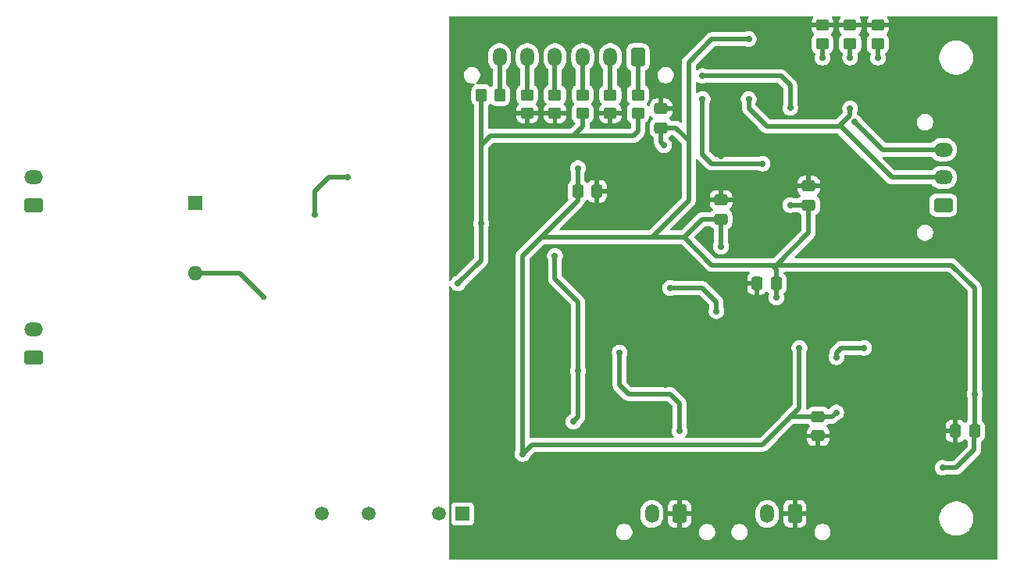
<source format=gbr>
%TF.GenerationSoftware,KiCad,Pcbnew,9.0.0*%
%TF.CreationDate,2025-07-10T21:53:31+08:00*%
%TF.ProjectId,tsal_g_v3,7473616c-5f67-45f7-9633-2e6b69636164,rev?*%
%TF.SameCoordinates,Original*%
%TF.FileFunction,Copper,L2,Bot*%
%TF.FilePolarity,Positive*%
%FSLAX46Y46*%
G04 Gerber Fmt 4.6, Leading zero omitted, Abs format (unit mm)*
G04 Created by KiCad (PCBNEW 9.0.0) date 2025-07-10 21:53:31*
%MOMM*%
%LPD*%
G01*
G04 APERTURE LIST*
G04 Aperture macros list*
%AMRoundRect*
0 Rectangle with rounded corners*
0 $1 Rounding radius*
0 $2 $3 $4 $5 $6 $7 $8 $9 X,Y pos of 4 corners*
0 Add a 4 corners polygon primitive as box body*
4,1,4,$2,$3,$4,$5,$6,$7,$8,$9,$2,$3,0*
0 Add four circle primitives for the rounded corners*
1,1,$1+$1,$2,$3*
1,1,$1+$1,$4,$5*
1,1,$1+$1,$6,$7*
1,1,$1+$1,$8,$9*
0 Add four rect primitives between the rounded corners*
20,1,$1+$1,$2,$3,$4,$5,0*
20,1,$1+$1,$4,$5,$6,$7,0*
20,1,$1+$1,$6,$7,$8,$9,0*
20,1,$1+$1,$8,$9,$2,$3,0*%
G04 Aperture macros list end*
%TA.AperFunction,ComponentPad*%
%ADD10RoundRect,0.250001X0.759999X-0.499999X0.759999X0.499999X-0.759999X0.499999X-0.759999X-0.499999X0*%
%TD*%
%TA.AperFunction,ComponentPad*%
%ADD11O,2.020000X1.500000*%
%TD*%
%TA.AperFunction,ComponentPad*%
%ADD12R,1.600000X1.600000*%
%TD*%
%TA.AperFunction,ComponentPad*%
%ADD13O,1.600000X1.600000*%
%TD*%
%TA.AperFunction,ComponentPad*%
%ADD14RoundRect,0.250001X0.499999X0.759999X-0.499999X0.759999X-0.499999X-0.759999X0.499999X-0.759999X0*%
%TD*%
%TA.AperFunction,ComponentPad*%
%ADD15O,1.500000X2.020000*%
%TD*%
%TA.AperFunction,SMDPad,CuDef*%
%ADD16RoundRect,0.250000X-0.475000X0.337500X-0.475000X-0.337500X0.475000X-0.337500X0.475000X0.337500X0*%
%TD*%
%TA.AperFunction,ComponentPad*%
%ADD17R,1.500000X1.500000*%
%TD*%
%TA.AperFunction,ComponentPad*%
%ADD18C,1.500000*%
%TD*%
%TA.AperFunction,SMDPad,CuDef*%
%ADD19RoundRect,0.250000X0.475000X-0.337500X0.475000X0.337500X-0.475000X0.337500X-0.475000X-0.337500X0*%
%TD*%
%TA.AperFunction,SMDPad,CuDef*%
%ADD20RoundRect,0.250000X-0.337500X-0.475000X0.337500X-0.475000X0.337500X0.475000X-0.337500X0.475000X0*%
%TD*%
%TA.AperFunction,SMDPad,CuDef*%
%ADD21RoundRect,0.250000X0.350000X0.450000X-0.350000X0.450000X-0.350000X-0.450000X0.350000X-0.450000X0*%
%TD*%
%TA.AperFunction,SMDPad,CuDef*%
%ADD22RoundRect,0.250000X0.450000X-0.350000X0.450000X0.350000X-0.450000X0.350000X-0.450000X-0.350000X0*%
%TD*%
%TA.AperFunction,SMDPad,CuDef*%
%ADD23RoundRect,0.250000X-0.450000X0.350000X-0.450000X-0.350000X0.450000X-0.350000X0.450000X0.350000X0*%
%TD*%
%TA.AperFunction,SMDPad,CuDef*%
%ADD24RoundRect,0.250000X0.337500X0.475000X-0.337500X0.475000X-0.337500X-0.475000X0.337500X-0.475000X0*%
%TD*%
%TA.AperFunction,ViaPad*%
%ADD25C,0.700000*%
%TD*%
%TA.AperFunction,ViaPad*%
%ADD26C,0.600000*%
%TD*%
%TA.AperFunction,Conductor*%
%ADD27C,0.500000*%
%TD*%
G04 APERTURE END LIST*
D10*
%TO.P,J8,1,Pin_1*%
%TO.N,AIRL Check*%
X165085000Y-74000000D03*
D11*
%TO.P,J8,2,Pin_2*%
%TO.N,AIRH Check*%
X165085000Y-71000000D03*
%TO.P,J8,3,Pin_3*%
%TO.N,Precharge Check*%
X165085000Y-68000000D03*
%TD*%
D12*
%TO.P,D1,1,K*%
%TO.N,/Vin*%
X84000000Y-73725000D03*
D13*
%TO.P,D1,2,A*%
%TO.N,GND*%
X84000000Y-81345000D03*
%TD*%
D14*
%TO.P,J7,1,Pin_1*%
%TO.N,GLV-*%
X136500000Y-107500000D03*
D15*
%TO.P,J7,2,Pin_2*%
%TO.N,GLV+*%
X133500000Y-107500000D03*
%TD*%
D10*
%TO.P,J2,1,Pin_1*%
%TO.N,/-HV*%
X66500000Y-90500000D03*
D11*
%TO.P,J2,2,Pin_2*%
X66500000Y-87500000D03*
%TD*%
D16*
%TO.P,C15,1*%
%TO.N,GLV-*%
X150500000Y-71925000D03*
%TO.P,C15,2*%
%TO.N,VCC*%
X150500000Y-74000000D03*
%TD*%
D14*
%TO.P,J6,1,Pin_1*%
%TO.N,GLV-*%
X149000000Y-107500000D03*
D15*
%TO.P,J6,2,Pin_2*%
%TO.N,/GRN+*%
X146000000Y-107500000D03*
%TD*%
D17*
%TO.P,U3,1,+Vin*%
%TO.N,VCC*%
X113000000Y-107500000D03*
D18*
%TO.P,U3,2,-Vin*%
%TO.N,GLV-*%
X110460000Y-107500000D03*
%TO.P,U3,4,-Vout*%
%TO.N,GND*%
X102840000Y-107500000D03*
%TO.P,U3,6,+Vout*%
%TO.N,+12V*%
X97760000Y-107500000D03*
%TD*%
D19*
%TO.P,C19,1*%
%TO.N,GLV-*%
X151523250Y-99037500D03*
%TO.P,C19,2*%
%TO.N,VCC*%
X151523250Y-96962500D03*
%TD*%
D20*
%TO.P,C17,1*%
%TO.N,GLV-*%
X144925000Y-82500000D03*
%TO.P,C17,2*%
%TO.N,VCC*%
X147000000Y-82500000D03*
%TD*%
D14*
%TO.P,J3,1,Pin_1*%
%TO.N,Net-(J3-Pin_1)*%
X132000000Y-57957500D03*
D15*
%TO.P,J3,2,Pin_2*%
%TO.N,Net-(J3-Pin_2)*%
X129000000Y-57957500D03*
%TO.P,J3,3,Pin_3*%
%TO.N,Net-(J3-Pin_3)*%
X126000000Y-57957500D03*
%TO.P,J3,4,Pin_4*%
%TO.N,Net-(J3-Pin_4)*%
X123000000Y-57957500D03*
%TO.P,J3,5,Pin_5*%
%TO.N,Net-(J3-Pin_5)*%
X120000000Y-57957500D03*
%TO.P,J3,6,Pin_6*%
%TO.N,Net-(J3-Pin_6)*%
X117000000Y-57957500D03*
%TD*%
D10*
%TO.P,J1,1,Pin_1*%
%TO.N,Net-(J1-Pin_1)*%
X66500000Y-74000000D03*
D11*
%TO.P,J1,2,Pin_2*%
X66500000Y-71000000D03*
%TD*%
D21*
%TO.P,R22,1*%
%TO.N,Net-(J3-Pin_6)*%
X117040000Y-62067500D03*
%TO.P,R22,2*%
%TO.N,VCC*%
X115040000Y-62067500D03*
%TD*%
D20*
%TO.P,C23,1*%
%TO.N,GLV-*%
X166425000Y-98500000D03*
%TO.P,C23,2*%
%TO.N,VCC*%
X168500000Y-98500000D03*
%TD*%
D22*
%TO.P,R25,1*%
%TO.N,Net-(D5-K)*%
X158000000Y-56500000D03*
%TO.P,R25,2*%
%TO.N,GLV-*%
X158000000Y-54500000D03*
%TD*%
D23*
%TO.P,R19,1*%
%TO.N,Net-(J3-Pin_1)*%
X132000000Y-62042500D03*
%TO.P,R19,2*%
%TO.N,VCC*%
X132000000Y-64042500D03*
%TD*%
D16*
%TO.P,C21,1*%
%TO.N,GLV-*%
X134500000Y-63545000D03*
%TO.P,C21,2*%
%TO.N,VCC*%
X134500000Y-65620000D03*
%TD*%
D24*
%TO.P,C22,1*%
%TO.N,GLV-*%
X127537500Y-72500000D03*
%TO.P,C22,2*%
%TO.N,VCC*%
X125462500Y-72500000D03*
%TD*%
D23*
%TO.P,R23,1*%
%TO.N,Net-(J3-Pin_4)*%
X123000000Y-62042500D03*
%TO.P,R23,2*%
%TO.N,GLV-*%
X123000000Y-64042500D03*
%TD*%
D16*
%TO.P,C18,1*%
%TO.N,GLV-*%
X141000000Y-73462500D03*
%TO.P,C18,2*%
%TO.N,VCC*%
X141000000Y-75537500D03*
%TD*%
D22*
%TO.P,R26,1*%
%TO.N,Net-(D7-K)*%
X152000000Y-56500000D03*
%TO.P,R26,2*%
%TO.N,GLV-*%
X152000000Y-54500000D03*
%TD*%
D23*
%TO.P,R20,1*%
%TO.N,Net-(J3-Pin_2)*%
X129000000Y-62042500D03*
%TO.P,R20,2*%
%TO.N,GLV-*%
X129000000Y-64042500D03*
%TD*%
D22*
%TO.P,R24,1*%
%TO.N,Net-(D6-K)*%
X155000000Y-56500000D03*
%TO.P,R24,2*%
%TO.N,GLV-*%
X155000000Y-54500000D03*
%TD*%
D23*
%TO.P,R18,1*%
%TO.N,Net-(J3-Pin_3)*%
X126000000Y-62042500D03*
%TO.P,R18,2*%
%TO.N,VCC*%
X126000000Y-64042500D03*
%TD*%
%TO.P,R21,1*%
%TO.N,Net-(J3-Pin_5)*%
X120000000Y-62042500D03*
%TO.P,R21,2*%
%TO.N,GLV-*%
X120000000Y-64042500D03*
%TD*%
D25*
%TO.N,VCC*%
X112500000Y-82500000D03*
X147000000Y-84000000D03*
X153500000Y-96500000D03*
X123000000Y-79500000D03*
X119500000Y-101000000D03*
X125500000Y-92000000D03*
X125000000Y-97500000D03*
X125500000Y-70000000D03*
X148500000Y-74000000D03*
%TO.N,AIRH Check*%
X144000000Y-62500000D03*
%TO.N,Net-(U14-Pad2)*%
X139000000Y-62500000D03*
X145500000Y-69500000D03*
%TO.N,+12V*%
X100500000Y-71000000D03*
X97000000Y-75000000D03*
D26*
%TO.N,GND*%
X91500000Y-84000000D03*
D25*
%TO.N,VCC*%
X149500000Y-89500000D03*
X134810000Y-67500000D03*
X165000000Y-102500000D03*
X168500000Y-94500000D03*
X141000000Y-78500000D03*
X115000000Y-76000000D03*
X144000000Y-56000000D03*
%TO.N,Net-(D5-K)*%
X158000000Y-58000000D03*
%TO.N,TS RESET*%
X135500000Y-83000000D03*
X140500000Y-85500000D03*
%TO.N,Net-(D6-K)*%
X155000000Y-58000000D03*
%TO.N,AIRH Check*%
X155000000Y-63500000D03*
%TO.N,Net-(D7-K)*%
X152000000Y-58000000D03*
%TO.N,Precharge Check*%
X148500000Y-63460000D03*
X155500000Y-65000000D03*
X139000000Y-60000000D03*
%TO.N,Net-(D8-A)*%
X130000000Y-90000000D03*
X136500000Y-98500000D03*
%TO.N,RESET*%
X156500000Y-89500000D03*
X153500000Y-90500000D03*
%TO.N,GLV-*%
X166500000Y-96000000D03*
X151500000Y-101000000D03*
X156500000Y-78000000D03*
X154000000Y-106000000D03*
X143000000Y-72000000D03*
X153000000Y-78000000D03*
X154000000Y-109000000D03*
X130000000Y-95500000D03*
X140000000Y-102000000D03*
X129500000Y-86000000D03*
X143000000Y-74500000D03*
X113500000Y-83500000D03*
D26*
X142500000Y-83000000D03*
D25*
X113000000Y-72000000D03*
X134000000Y-86000000D03*
X113000000Y-63000000D03*
X128000000Y-81500000D03*
X135000000Y-93500000D03*
X135500000Y-101500000D03*
X137500000Y-81500000D03*
X113000000Y-69000000D03*
X122000000Y-87000000D03*
X144000000Y-93000000D03*
X141000000Y-68700000D03*
X164500000Y-87500000D03*
X133000000Y-81500000D03*
X113000000Y-66000000D03*
%TD*%
D27*
%TO.N,VCC*%
X145500000Y-100000000D02*
X148000000Y-97500000D01*
X120500000Y-100000000D02*
X145500000Y-100000000D01*
X119500000Y-101000000D02*
X120500000Y-100000000D01*
X148000000Y-97500000D02*
X148537500Y-96962500D01*
X148537500Y-96962500D02*
X151523250Y-96962500D01*
X148000000Y-97500000D02*
X149500000Y-96000000D01*
X149500000Y-96000000D02*
X149500000Y-91500000D01*
X119500000Y-79500000D02*
X121500000Y-77500000D01*
X119500000Y-101000000D02*
X119500000Y-79500000D01*
%TO.N,Precharge Check*%
X158500000Y-68000000D02*
X165085000Y-68000000D01*
X155500000Y-65000000D02*
X158500000Y-68000000D01*
%TO.N,VCC*%
X137500000Y-73500000D02*
X133500000Y-77500000D01*
X137500000Y-67000000D02*
X137500000Y-73500000D01*
X133500000Y-77500000D02*
X132000000Y-77500000D01*
X132000000Y-66000000D02*
X132000000Y-64042500D01*
X131500000Y-66500000D02*
X132000000Y-66000000D01*
X125000000Y-66500000D02*
X131500000Y-66500000D01*
X126000000Y-65500000D02*
X126000000Y-64042500D01*
X125000000Y-66500000D02*
X126000000Y-65500000D01*
X116000000Y-66500000D02*
X125000000Y-66500000D01*
X116000000Y-66500000D02*
X115000000Y-67500000D01*
X115000000Y-67500000D02*
X115000000Y-62107500D01*
X115000000Y-62107500D02*
X115040000Y-62067500D01*
X115000000Y-76000000D02*
X115000000Y-67500000D01*
X115000000Y-80000000D02*
X112500000Y-82500000D01*
X115000000Y-76000000D02*
X115000000Y-80000000D01*
X132000000Y-77500000D02*
X137000000Y-77500000D01*
X136120000Y-65620000D02*
X137500000Y-67000000D01*
X134500000Y-65620000D02*
X136120000Y-65620000D01*
X138962500Y-75537500D02*
X141000000Y-75537500D01*
X137000000Y-77500000D02*
X138962500Y-75537500D01*
X141000000Y-75537500D02*
X141000000Y-78500000D01*
X147000000Y-82500000D02*
X147000000Y-81000000D01*
X147000000Y-81000000D02*
X146500000Y-80500000D01*
X146500000Y-80500000D02*
X147000000Y-80500000D01*
X147000000Y-82500000D02*
X147000000Y-84000000D01*
X153037500Y-96962500D02*
X153500000Y-96500000D01*
X151523250Y-96962500D02*
X153037500Y-96962500D01*
X149500000Y-89500000D02*
X149500000Y-91500000D01*
%TO.N,AIRH Check*%
X153750000Y-65500000D02*
X151500000Y-65500000D01*
X155000000Y-64250000D02*
X153750000Y-65500000D01*
X155000000Y-63500000D02*
X155000000Y-64250000D01*
%TO.N,TS RESET*%
X140500000Y-84500000D02*
X140500000Y-85500000D01*
X139000000Y-83000000D02*
X140500000Y-84500000D01*
X135500000Y-83000000D02*
X139000000Y-83000000D01*
%TO.N,VCC*%
X123000000Y-82000000D02*
X123000000Y-79500000D01*
X125500000Y-84500000D02*
X123000000Y-82000000D01*
X125500000Y-92000000D02*
X125500000Y-84500000D01*
X121500000Y-77500000D02*
X132000000Y-77500000D01*
X125462500Y-73537500D02*
X121500000Y-77500000D01*
X125462500Y-72500000D02*
X125462500Y-73537500D01*
X148000000Y-80500000D02*
X166000000Y-80500000D01*
X150500000Y-77000000D02*
X147000000Y-80500000D01*
X150500000Y-74000000D02*
X150500000Y-77000000D01*
X147000000Y-80500000D02*
X148000000Y-80500000D01*
X140000000Y-80500000D02*
X146500000Y-80500000D01*
X137000000Y-77500000D02*
X140000000Y-80500000D01*
X125500000Y-97000000D02*
X125500000Y-92000000D01*
X125000000Y-97500000D02*
X125500000Y-97000000D01*
X125462500Y-70037500D02*
X125500000Y-70000000D01*
X125462500Y-72500000D02*
X125462500Y-70037500D01*
X134500000Y-67190000D02*
X134500000Y-65620000D01*
X134810000Y-67500000D02*
X134500000Y-67190000D01*
%TO.N,AIRH Check*%
X151500000Y-65500000D02*
X146000000Y-65500000D01*
X159500000Y-71000000D02*
X165085000Y-71000000D01*
X154000000Y-65500000D02*
X159500000Y-71000000D01*
X151500000Y-65500000D02*
X154000000Y-65500000D01*
%TO.N,VCC*%
X150500000Y-74000000D02*
X148500000Y-74000000D01*
X168500000Y-83000000D02*
X168500000Y-94500000D01*
X166000000Y-80500000D02*
X168500000Y-83000000D01*
%TO.N,AIRH Check*%
X144000000Y-63500000D02*
X144000000Y-62500000D01*
X146000000Y-65500000D02*
X144000000Y-63500000D01*
%TO.N,Net-(U14-Pad2)*%
X139000000Y-68500000D02*
X139000000Y-62500000D01*
X140000000Y-69500000D02*
X139000000Y-68500000D01*
X145500000Y-69500000D02*
X140000000Y-69500000D01*
%TO.N,+12V*%
X97000000Y-72500000D02*
X98500000Y-71000000D01*
X97000000Y-75000000D02*
X97000000Y-72500000D01*
X98500000Y-71000000D02*
X100500000Y-71000000D01*
%TO.N,GND*%
X88845000Y-81345000D02*
X91500000Y-84000000D01*
X84000000Y-81345000D02*
X88845000Y-81345000D01*
%TO.N,VCC*%
X168462500Y-98500000D02*
X168462500Y-100537500D01*
X140000000Y-56000000D02*
X144000000Y-56000000D01*
X168500000Y-98462500D02*
X168462500Y-98500000D01*
X168500000Y-94500000D02*
X168500000Y-98462500D01*
X168462500Y-100537500D02*
X166500000Y-102500000D01*
X137500000Y-58500000D02*
X140000000Y-56000000D01*
X137500000Y-67000000D02*
X137500000Y-58500000D01*
X166500000Y-102500000D02*
X165000000Y-102500000D01*
%TO.N,Net-(D5-K)*%
X158000000Y-58000000D02*
X158000000Y-56500000D01*
%TO.N,Net-(D6-K)*%
X155000000Y-58000000D02*
X155000000Y-56500000D01*
%TO.N,Net-(D7-K)*%
X152000000Y-58000000D02*
X152000000Y-56500000D01*
%TO.N,Precharge Check*%
X148500000Y-63460000D02*
X148500000Y-61000000D01*
X148500000Y-61000000D02*
X147500000Y-60000000D01*
X147500000Y-60000000D02*
X139000000Y-60000000D01*
%TO.N,Net-(D8-A)*%
X135500000Y-94500000D02*
X136500000Y-95500000D01*
X131000000Y-94500000D02*
X135500000Y-94500000D01*
X130000000Y-90000000D02*
X130000000Y-93500000D01*
X136500000Y-95500000D02*
X136500000Y-98500000D01*
X130000000Y-93500000D02*
X131000000Y-94500000D01*
%TO.N,RESET*%
X156500000Y-89500000D02*
X154000000Y-89500000D01*
X153500000Y-90000000D02*
X153500000Y-90500000D01*
X154000000Y-89500000D02*
X153500000Y-90000000D01*
%TO.N,Net-(J3-Pin_4)*%
X123000000Y-62042500D02*
X123000000Y-57957500D01*
%TO.N,Net-(J3-Pin_3)*%
X126000000Y-62042500D02*
X126000000Y-57957500D01*
%TO.N,Net-(J3-Pin_1)*%
X132000000Y-62042500D02*
X132000000Y-57957500D01*
%TO.N,Net-(J3-Pin_2)*%
X129000000Y-62042500D02*
X129000000Y-57957500D01*
%TO.N,Net-(J3-Pin_5)*%
X120000000Y-57957500D02*
X120000000Y-62027500D01*
%TO.N,Net-(J3-Pin_6)*%
X117000000Y-57957500D02*
X117000000Y-62027500D01*
X117000000Y-62027500D02*
X117040000Y-62067500D01*
%TD*%
%TA.AperFunction,Conductor*%
%TO.N,GLV-*%
G36*
X150914285Y-53520185D02*
G01*
X150960040Y-53572989D01*
X150969984Y-53642147D01*
X150952785Y-53689597D01*
X150865643Y-53830875D01*
X150865641Y-53830880D01*
X150810494Y-53997302D01*
X150810493Y-53997309D01*
X150800000Y-54100013D01*
X150800000Y-54250000D01*
X153199999Y-54250000D01*
X153199999Y-54100028D01*
X153199998Y-54100013D01*
X153189505Y-53997302D01*
X153134358Y-53830880D01*
X153134356Y-53830875D01*
X153047215Y-53689597D01*
X153028775Y-53622204D01*
X153049698Y-53555541D01*
X153103340Y-53510771D01*
X153152754Y-53500500D01*
X153847246Y-53500500D01*
X153914285Y-53520185D01*
X153960040Y-53572989D01*
X153969984Y-53642147D01*
X153952785Y-53689597D01*
X153865643Y-53830875D01*
X153865641Y-53830880D01*
X153810494Y-53997302D01*
X153810493Y-53997309D01*
X153800000Y-54100013D01*
X153800000Y-54250000D01*
X156199999Y-54250000D01*
X156199999Y-54100028D01*
X156199998Y-54100013D01*
X156189505Y-53997302D01*
X156134358Y-53830880D01*
X156134356Y-53830875D01*
X156047215Y-53689597D01*
X156028775Y-53622204D01*
X156049698Y-53555541D01*
X156103340Y-53510771D01*
X156152754Y-53500500D01*
X156847246Y-53500500D01*
X156914285Y-53520185D01*
X156960040Y-53572989D01*
X156969984Y-53642147D01*
X156952785Y-53689597D01*
X156865643Y-53830875D01*
X156865641Y-53830880D01*
X156810494Y-53997302D01*
X156810493Y-53997309D01*
X156800000Y-54100013D01*
X156800000Y-54250000D01*
X159199999Y-54250000D01*
X159199999Y-54100028D01*
X159199998Y-54100013D01*
X159189505Y-53997302D01*
X159134358Y-53830880D01*
X159134356Y-53830875D01*
X159047215Y-53689597D01*
X159028775Y-53622204D01*
X159049698Y-53555541D01*
X159103340Y-53510771D01*
X159152754Y-53500500D01*
X170875500Y-53500500D01*
X170942539Y-53520185D01*
X170988294Y-53572989D01*
X170999500Y-53624500D01*
X170999500Y-112375500D01*
X170979815Y-112442539D01*
X170927011Y-112488294D01*
X170875500Y-112499500D01*
X111624000Y-112499500D01*
X111556961Y-112479815D01*
X111511206Y-112427011D01*
X111500000Y-112375500D01*
X111500000Y-109372781D01*
X129614500Y-109372781D01*
X129614500Y-109547218D01*
X129648527Y-109718283D01*
X129648529Y-109718291D01*
X129715278Y-109879439D01*
X129715283Y-109879448D01*
X129812186Y-110024473D01*
X129812189Y-110024477D01*
X129935522Y-110147810D01*
X129935526Y-110147813D01*
X130080551Y-110244716D01*
X130080557Y-110244719D01*
X130080558Y-110244720D01*
X130241709Y-110311471D01*
X130412781Y-110345499D01*
X130412785Y-110345500D01*
X130412786Y-110345500D01*
X130587215Y-110345500D01*
X130587216Y-110345499D01*
X130758291Y-110311471D01*
X130919442Y-110244720D01*
X131064474Y-110147813D01*
X131187813Y-110024474D01*
X131284720Y-109879442D01*
X131351471Y-109718291D01*
X131385500Y-109547214D01*
X131385500Y-109372786D01*
X131385499Y-109372781D01*
X138614500Y-109372781D01*
X138614500Y-109547218D01*
X138648527Y-109718283D01*
X138648529Y-109718291D01*
X138715278Y-109879439D01*
X138715283Y-109879448D01*
X138812186Y-110024473D01*
X138812189Y-110024477D01*
X138935522Y-110147810D01*
X138935526Y-110147813D01*
X139080551Y-110244716D01*
X139080557Y-110244719D01*
X139080558Y-110244720D01*
X139241709Y-110311471D01*
X139412781Y-110345499D01*
X139412785Y-110345500D01*
X139412786Y-110345500D01*
X139587215Y-110345500D01*
X139587216Y-110345499D01*
X139758291Y-110311471D01*
X139919442Y-110244720D01*
X140064474Y-110147813D01*
X140187813Y-110024474D01*
X140284720Y-109879442D01*
X140351471Y-109718291D01*
X140385500Y-109547214D01*
X140385500Y-109372786D01*
X140385499Y-109372781D01*
X142114500Y-109372781D01*
X142114500Y-109547218D01*
X142148527Y-109718283D01*
X142148529Y-109718291D01*
X142215278Y-109879439D01*
X142215283Y-109879448D01*
X142312186Y-110024473D01*
X142312189Y-110024477D01*
X142435522Y-110147810D01*
X142435526Y-110147813D01*
X142580551Y-110244716D01*
X142580557Y-110244719D01*
X142580558Y-110244720D01*
X142741709Y-110311471D01*
X142912781Y-110345499D01*
X142912785Y-110345500D01*
X142912786Y-110345500D01*
X143087215Y-110345500D01*
X143087216Y-110345499D01*
X143258291Y-110311471D01*
X143419442Y-110244720D01*
X143564474Y-110147813D01*
X143687813Y-110024474D01*
X143784720Y-109879442D01*
X143851471Y-109718291D01*
X143885500Y-109547214D01*
X143885500Y-109372786D01*
X143885499Y-109372781D01*
X151114500Y-109372781D01*
X151114500Y-109547218D01*
X151148527Y-109718283D01*
X151148529Y-109718291D01*
X151215278Y-109879439D01*
X151215283Y-109879448D01*
X151312186Y-110024473D01*
X151312189Y-110024477D01*
X151435522Y-110147810D01*
X151435526Y-110147813D01*
X151580551Y-110244716D01*
X151580557Y-110244719D01*
X151580558Y-110244720D01*
X151741709Y-110311471D01*
X151912781Y-110345499D01*
X151912785Y-110345500D01*
X151912786Y-110345500D01*
X152087215Y-110345500D01*
X152087216Y-110345499D01*
X152258291Y-110311471D01*
X152419442Y-110244720D01*
X152564474Y-110147813D01*
X152687813Y-110024474D01*
X152784720Y-109879442D01*
X152851471Y-109718291D01*
X152885500Y-109547214D01*
X152885500Y-109372786D01*
X152851471Y-109201709D01*
X152784720Y-109040558D01*
X152784719Y-109040557D01*
X152784716Y-109040551D01*
X152687813Y-108895526D01*
X152687810Y-108895522D01*
X152564477Y-108772189D01*
X152564473Y-108772186D01*
X152419448Y-108675283D01*
X152419439Y-108675278D01*
X152258291Y-108608529D01*
X152258283Y-108608527D01*
X152087218Y-108574500D01*
X152087214Y-108574500D01*
X151912786Y-108574500D01*
X151912781Y-108574500D01*
X151741716Y-108608527D01*
X151741708Y-108608529D01*
X151580560Y-108675278D01*
X151580551Y-108675283D01*
X151435526Y-108772186D01*
X151435522Y-108772189D01*
X151312189Y-108895522D01*
X151312186Y-108895526D01*
X151215283Y-109040551D01*
X151215278Y-109040560D01*
X151148529Y-109201708D01*
X151148527Y-109201716D01*
X151114500Y-109372781D01*
X143885499Y-109372781D01*
X143851471Y-109201709D01*
X143784720Y-109040558D01*
X143784719Y-109040557D01*
X143784716Y-109040551D01*
X143687813Y-108895526D01*
X143687810Y-108895522D01*
X143564477Y-108772189D01*
X143564473Y-108772186D01*
X143419448Y-108675283D01*
X143419439Y-108675278D01*
X143258291Y-108608529D01*
X143258283Y-108608527D01*
X143087218Y-108574500D01*
X143087214Y-108574500D01*
X142912786Y-108574500D01*
X142912781Y-108574500D01*
X142741716Y-108608527D01*
X142741708Y-108608529D01*
X142580560Y-108675278D01*
X142580551Y-108675283D01*
X142435526Y-108772186D01*
X142435522Y-108772189D01*
X142312189Y-108895522D01*
X142312186Y-108895526D01*
X142215283Y-109040551D01*
X142215278Y-109040560D01*
X142148529Y-109201708D01*
X142148527Y-109201716D01*
X142114500Y-109372781D01*
X140385499Y-109372781D01*
X140351471Y-109201709D01*
X140284720Y-109040558D01*
X140284719Y-109040557D01*
X140284716Y-109040551D01*
X140187813Y-108895526D01*
X140187810Y-108895522D01*
X140064477Y-108772189D01*
X140064473Y-108772186D01*
X139919448Y-108675283D01*
X139919439Y-108675278D01*
X139758291Y-108608529D01*
X139758283Y-108608527D01*
X139587218Y-108574500D01*
X139587214Y-108574500D01*
X139412786Y-108574500D01*
X139412781Y-108574500D01*
X139241716Y-108608527D01*
X139241708Y-108608529D01*
X139080560Y-108675278D01*
X139080551Y-108675283D01*
X138935526Y-108772186D01*
X138935522Y-108772189D01*
X138812189Y-108895522D01*
X138812186Y-108895526D01*
X138715283Y-109040551D01*
X138715278Y-109040560D01*
X138648529Y-109201708D01*
X138648527Y-109201716D01*
X138614500Y-109372781D01*
X131385499Y-109372781D01*
X131351471Y-109201709D01*
X131284720Y-109040558D01*
X131284719Y-109040557D01*
X131284716Y-109040551D01*
X131187813Y-108895526D01*
X131187810Y-108895522D01*
X131064477Y-108772189D01*
X131064473Y-108772186D01*
X130919448Y-108675283D01*
X130919439Y-108675278D01*
X130758291Y-108608529D01*
X130758283Y-108608527D01*
X130587218Y-108574500D01*
X130587214Y-108574500D01*
X130412786Y-108574500D01*
X130412781Y-108574500D01*
X130241716Y-108608527D01*
X130241708Y-108608529D01*
X130080560Y-108675278D01*
X130080551Y-108675283D01*
X129935526Y-108772186D01*
X129935522Y-108772189D01*
X129812189Y-108895522D01*
X129812186Y-108895526D01*
X129715283Y-109040551D01*
X129715278Y-109040560D01*
X129648529Y-109201708D01*
X129648527Y-109201716D01*
X129614500Y-109372781D01*
X111500000Y-109372781D01*
X111500000Y-106702135D01*
X111749500Y-106702135D01*
X111749500Y-108297870D01*
X111749501Y-108297876D01*
X111755908Y-108357483D01*
X111806202Y-108492328D01*
X111806206Y-108492335D01*
X111892452Y-108607544D01*
X111892455Y-108607547D01*
X112007664Y-108693793D01*
X112007671Y-108693797D01*
X112142517Y-108744091D01*
X112142516Y-108744091D01*
X112149444Y-108744835D01*
X112202127Y-108750500D01*
X113797872Y-108750499D01*
X113857483Y-108744091D01*
X113992331Y-108693796D01*
X114107546Y-108607546D01*
X114193796Y-108492331D01*
X114244091Y-108357483D01*
X114250500Y-108297873D01*
X114250499Y-107141577D01*
X132249500Y-107141577D01*
X132249500Y-107858422D01*
X132280290Y-108052826D01*
X132341117Y-108240029D01*
X132376762Y-108309985D01*
X132430476Y-108415405D01*
X132546172Y-108574646D01*
X132685354Y-108713828D01*
X132844595Y-108829524D01*
X132927455Y-108871743D01*
X133019970Y-108918882D01*
X133019972Y-108918882D01*
X133019975Y-108918884D01*
X133120317Y-108951487D01*
X133207173Y-108979709D01*
X133401578Y-109010500D01*
X133401583Y-109010500D01*
X133598422Y-109010500D01*
X133792826Y-108979709D01*
X133980025Y-108918884D01*
X134155405Y-108829524D01*
X134314646Y-108713828D01*
X134453828Y-108574646D01*
X134569524Y-108415405D01*
X134658884Y-108240025D01*
X134719709Y-108052826D01*
X134726492Y-108010000D01*
X134750500Y-107858422D01*
X134750500Y-107141577D01*
X134719709Y-106947173D01*
X134708085Y-106911399D01*
X134658884Y-106759975D01*
X134655316Y-106752972D01*
X134650316Y-106743158D01*
X134623237Y-106690014D01*
X135250000Y-106690014D01*
X135250000Y-107250000D01*
X136055440Y-107250000D01*
X136024755Y-107303147D01*
X135990000Y-107432857D01*
X135990000Y-107567143D01*
X136024755Y-107696853D01*
X136055440Y-107750000D01*
X135250000Y-107750000D01*
X135250000Y-108309985D01*
X135260493Y-108412689D01*
X135260494Y-108412696D01*
X135315641Y-108579118D01*
X135315643Y-108579123D01*
X135407684Y-108728344D01*
X135531655Y-108852315D01*
X135680876Y-108944356D01*
X135680881Y-108944358D01*
X135847303Y-108999505D01*
X135847310Y-108999506D01*
X135950014Y-109009999D01*
X135950027Y-109010000D01*
X136250000Y-109010000D01*
X136250000Y-107944560D01*
X136303147Y-107975245D01*
X136432857Y-108010000D01*
X136567143Y-108010000D01*
X136696853Y-107975245D01*
X136750000Y-107944560D01*
X136750000Y-109010000D01*
X137049973Y-109010000D01*
X137049985Y-109009999D01*
X137152689Y-108999506D01*
X137152696Y-108999505D01*
X137319118Y-108944358D01*
X137319123Y-108944356D01*
X137468344Y-108852315D01*
X137592315Y-108728344D01*
X137684356Y-108579123D01*
X137684358Y-108579118D01*
X137739505Y-108412696D01*
X137739506Y-108412689D01*
X137749999Y-108309985D01*
X137750000Y-108309972D01*
X137750000Y-107750000D01*
X136944560Y-107750000D01*
X136975245Y-107696853D01*
X137010000Y-107567143D01*
X137010000Y-107432857D01*
X136975245Y-107303147D01*
X136944560Y-107250000D01*
X137750000Y-107250000D01*
X137750000Y-107141577D01*
X144749500Y-107141577D01*
X144749500Y-107858422D01*
X144780290Y-108052826D01*
X144841117Y-108240029D01*
X144876762Y-108309985D01*
X144930476Y-108415405D01*
X145046172Y-108574646D01*
X145185354Y-108713828D01*
X145344595Y-108829524D01*
X145427455Y-108871743D01*
X145519970Y-108918882D01*
X145519972Y-108918882D01*
X145519975Y-108918884D01*
X145620317Y-108951487D01*
X145707173Y-108979709D01*
X145901578Y-109010500D01*
X145901583Y-109010500D01*
X146098422Y-109010500D01*
X146292826Y-108979709D01*
X146480025Y-108918884D01*
X146655405Y-108829524D01*
X146814646Y-108713828D01*
X146953828Y-108574646D01*
X147069524Y-108415405D01*
X147158884Y-108240025D01*
X147219709Y-108052826D01*
X147226492Y-108010000D01*
X147250500Y-107858422D01*
X147250500Y-107141577D01*
X147219709Y-106947173D01*
X147208085Y-106911399D01*
X147158884Y-106759975D01*
X147155316Y-106752972D01*
X147150316Y-106743158D01*
X147123237Y-106690014D01*
X147750000Y-106690014D01*
X147750000Y-107250000D01*
X148555440Y-107250000D01*
X148524755Y-107303147D01*
X148490000Y-107432857D01*
X148490000Y-107567143D01*
X148524755Y-107696853D01*
X148555440Y-107750000D01*
X147750000Y-107750000D01*
X147750000Y-108309985D01*
X147760493Y-108412689D01*
X147760494Y-108412696D01*
X147815641Y-108579118D01*
X147815643Y-108579123D01*
X147907684Y-108728344D01*
X148031655Y-108852315D01*
X148180876Y-108944356D01*
X148180881Y-108944358D01*
X148347303Y-108999505D01*
X148347310Y-108999506D01*
X148450014Y-109009999D01*
X148450027Y-109010000D01*
X148750000Y-109010000D01*
X148750000Y-107944560D01*
X148803147Y-107975245D01*
X148932857Y-108010000D01*
X149067143Y-108010000D01*
X149196853Y-107975245D01*
X149250000Y-107944560D01*
X149250000Y-109010000D01*
X149549973Y-109010000D01*
X149549985Y-109009999D01*
X149652689Y-108999506D01*
X149652696Y-108999505D01*
X149819118Y-108944358D01*
X149819123Y-108944356D01*
X149968344Y-108852315D01*
X150092315Y-108728344D01*
X150184356Y-108579123D01*
X150184358Y-108579118D01*
X150239505Y-108412696D01*
X150239506Y-108412689D01*
X150249999Y-108309985D01*
X150250000Y-108309972D01*
X150250000Y-107878711D01*
X164649500Y-107878711D01*
X164649500Y-108121288D01*
X164672748Y-108297883D01*
X164681162Y-108361789D01*
X164712554Y-108478944D01*
X164743947Y-108596104D01*
X164807900Y-108750499D01*
X164836776Y-108820212D01*
X164958064Y-109030289D01*
X164958066Y-109030292D01*
X164958067Y-109030293D01*
X165105733Y-109222736D01*
X165105739Y-109222743D01*
X165277256Y-109394260D01*
X165277262Y-109394265D01*
X165469711Y-109541936D01*
X165679788Y-109663224D01*
X165903900Y-109756054D01*
X166138211Y-109818838D01*
X166318586Y-109842584D01*
X166378711Y-109850500D01*
X166378712Y-109850500D01*
X166621289Y-109850500D01*
X166669388Y-109844167D01*
X166861789Y-109818838D01*
X167096100Y-109756054D01*
X167320212Y-109663224D01*
X167530289Y-109541936D01*
X167722738Y-109394265D01*
X167894265Y-109222738D01*
X168041936Y-109030289D01*
X168163224Y-108820212D01*
X168256054Y-108596100D01*
X168318838Y-108361789D01*
X168350500Y-108121288D01*
X168350500Y-107878712D01*
X168318838Y-107638211D01*
X168256054Y-107403900D01*
X168163224Y-107179788D01*
X168041936Y-106969711D01*
X167894265Y-106777262D01*
X167894260Y-106777256D01*
X167722743Y-106605739D01*
X167722736Y-106605733D01*
X167530293Y-106458067D01*
X167530292Y-106458066D01*
X167530289Y-106458064D01*
X167320212Y-106336776D01*
X167320205Y-106336773D01*
X167096104Y-106243947D01*
X166861785Y-106181161D01*
X166621289Y-106149500D01*
X166621288Y-106149500D01*
X166378712Y-106149500D01*
X166378711Y-106149500D01*
X166138214Y-106181161D01*
X165903895Y-106243947D01*
X165679794Y-106336773D01*
X165679785Y-106336777D01*
X165469706Y-106458067D01*
X165277263Y-106605733D01*
X165277256Y-106605739D01*
X165105739Y-106777256D01*
X165105733Y-106777263D01*
X164958067Y-106969706D01*
X164836777Y-107179785D01*
X164836773Y-107179794D01*
X164743947Y-107403895D01*
X164681161Y-107638214D01*
X164649500Y-107878711D01*
X150250000Y-107878711D01*
X150250000Y-107750000D01*
X149444560Y-107750000D01*
X149475245Y-107696853D01*
X149510000Y-107567143D01*
X149510000Y-107432857D01*
X149475245Y-107303147D01*
X149444560Y-107250000D01*
X150250000Y-107250000D01*
X150250000Y-106690027D01*
X150249999Y-106690014D01*
X150239506Y-106587310D01*
X150239505Y-106587303D01*
X150184358Y-106420881D01*
X150184356Y-106420876D01*
X150092315Y-106271655D01*
X149968344Y-106147684D01*
X149819123Y-106055643D01*
X149819118Y-106055641D01*
X149652696Y-106000494D01*
X149652689Y-106000493D01*
X149549985Y-105990000D01*
X149250000Y-105990000D01*
X149250000Y-107055439D01*
X149196853Y-107024755D01*
X149067143Y-106990000D01*
X148932857Y-106990000D01*
X148803147Y-107024755D01*
X148750000Y-107055439D01*
X148750000Y-105990000D01*
X148450014Y-105990000D01*
X148347310Y-106000493D01*
X148347303Y-106000494D01*
X148180881Y-106055641D01*
X148180876Y-106055643D01*
X148031655Y-106147684D01*
X147907684Y-106271655D01*
X147815643Y-106420876D01*
X147815641Y-106420881D01*
X147760494Y-106587303D01*
X147760493Y-106587310D01*
X147750000Y-106690014D01*
X147123237Y-106690014D01*
X147104747Y-106653725D01*
X147069524Y-106584595D01*
X146953828Y-106425354D01*
X146814646Y-106286172D01*
X146655405Y-106170476D01*
X146610673Y-106147684D01*
X146480029Y-106081117D01*
X146292826Y-106020290D01*
X146098422Y-105989500D01*
X146098417Y-105989500D01*
X145901583Y-105989500D01*
X145901578Y-105989500D01*
X145707173Y-106020290D01*
X145519970Y-106081117D01*
X145344594Y-106170476D01*
X145253741Y-106236485D01*
X145185354Y-106286172D01*
X145185352Y-106286174D01*
X145185351Y-106286174D01*
X145046174Y-106425351D01*
X145046174Y-106425352D01*
X145046172Y-106425354D01*
X144996485Y-106493741D01*
X144930476Y-106584594D01*
X144841117Y-106759970D01*
X144780290Y-106947173D01*
X144749500Y-107141577D01*
X137750000Y-107141577D01*
X137750000Y-106690027D01*
X137749999Y-106690014D01*
X137739506Y-106587310D01*
X137739505Y-106587303D01*
X137684358Y-106420881D01*
X137684356Y-106420876D01*
X137592315Y-106271655D01*
X137468344Y-106147684D01*
X137319123Y-106055643D01*
X137319118Y-106055641D01*
X137152696Y-106000494D01*
X137152689Y-106000493D01*
X137049985Y-105990000D01*
X136750000Y-105990000D01*
X136750000Y-107055439D01*
X136696853Y-107024755D01*
X136567143Y-106990000D01*
X136432857Y-106990000D01*
X136303147Y-107024755D01*
X136250000Y-107055439D01*
X136250000Y-105990000D01*
X135950014Y-105990000D01*
X135847310Y-106000493D01*
X135847303Y-106000494D01*
X135680881Y-106055641D01*
X135680876Y-106055643D01*
X135531655Y-106147684D01*
X135407684Y-106271655D01*
X135315643Y-106420876D01*
X135315641Y-106420881D01*
X135260494Y-106587303D01*
X135260493Y-106587310D01*
X135250000Y-106690014D01*
X134623237Y-106690014D01*
X134604747Y-106653725D01*
X134569524Y-106584595D01*
X134453828Y-106425354D01*
X134314646Y-106286172D01*
X134155405Y-106170476D01*
X134110673Y-106147684D01*
X133980029Y-106081117D01*
X133792826Y-106020290D01*
X133598422Y-105989500D01*
X133598417Y-105989500D01*
X133401583Y-105989500D01*
X133401578Y-105989500D01*
X133207173Y-106020290D01*
X133019970Y-106081117D01*
X132844594Y-106170476D01*
X132753741Y-106236485D01*
X132685354Y-106286172D01*
X132685352Y-106286174D01*
X132685351Y-106286174D01*
X132546174Y-106425351D01*
X132546174Y-106425352D01*
X132546172Y-106425354D01*
X132496485Y-106493741D01*
X132430476Y-106584594D01*
X132341117Y-106759970D01*
X132280290Y-106947173D01*
X132249500Y-107141577D01*
X114250499Y-107141577D01*
X114250499Y-106702128D01*
X114244091Y-106642517D01*
X114230372Y-106605735D01*
X114193797Y-106507671D01*
X114193793Y-106507664D01*
X114107547Y-106392455D01*
X114107544Y-106392452D01*
X113992335Y-106306206D01*
X113992328Y-106306202D01*
X113857482Y-106255908D01*
X113857483Y-106255908D01*
X113797883Y-106249501D01*
X113797881Y-106249500D01*
X113797873Y-106249500D01*
X113797864Y-106249500D01*
X112202129Y-106249500D01*
X112202123Y-106249501D01*
X112142516Y-106255908D01*
X112007671Y-106306202D01*
X112007664Y-106306206D01*
X111892455Y-106392452D01*
X111892452Y-106392455D01*
X111806206Y-106507664D01*
X111806202Y-106507671D01*
X111755908Y-106642517D01*
X111750802Y-106690014D01*
X111749501Y-106702123D01*
X111749500Y-106702135D01*
X111500000Y-106702135D01*
X111500000Y-82931640D01*
X111519685Y-82864601D01*
X111572489Y-82818846D01*
X111641647Y-82808902D01*
X111705203Y-82837927D01*
X111738561Y-82884187D01*
X111746297Y-82902863D01*
X111761812Y-82926082D01*
X111839373Y-83042162D01*
X111957837Y-83160626D01*
X112050494Y-83222537D01*
X112097137Y-83253703D01*
X112251918Y-83317816D01*
X112416228Y-83350499D01*
X112416232Y-83350500D01*
X112416233Y-83350500D01*
X112583768Y-83350500D01*
X112583769Y-83350499D01*
X112748082Y-83317816D01*
X112902863Y-83253703D01*
X113042162Y-83160626D01*
X113160626Y-83042162D01*
X113253703Y-82902863D01*
X113311582Y-82763130D01*
X113338458Y-82722908D01*
X115582952Y-80478416D01*
X115632186Y-80404729D01*
X115665084Y-80355495D01*
X115721658Y-80218913D01*
X115750500Y-80073918D01*
X115750500Y-76435261D01*
X115759939Y-76387808D01*
X115778227Y-76343657D01*
X115817816Y-76248082D01*
X115850500Y-76083767D01*
X115850500Y-75916233D01*
X115817816Y-75751918D01*
X115759938Y-75612191D01*
X115750500Y-75564739D01*
X115750500Y-67862229D01*
X115770185Y-67795190D01*
X115786819Y-67774548D01*
X116274548Y-67286819D01*
X116335871Y-67253334D01*
X116362229Y-67250500D01*
X131573920Y-67250500D01*
X131677906Y-67229815D01*
X131718913Y-67221658D01*
X131855495Y-67165084D01*
X131904729Y-67132186D01*
X131978416Y-67082952D01*
X132582952Y-66478416D01*
X132617870Y-66426157D01*
X132655052Y-66370510D01*
X132655054Y-66370505D01*
X132655058Y-66370500D01*
X132665084Y-66355495D01*
X132721658Y-66218913D01*
X132748703Y-66082952D01*
X132750500Y-66073920D01*
X132750500Y-65158138D01*
X132770185Y-65091099D01*
X132809401Y-65052600D01*
X132918656Y-64985212D01*
X133042712Y-64861156D01*
X133134814Y-64711834D01*
X133189999Y-64545297D01*
X133200500Y-64442509D01*
X133200499Y-64411653D01*
X133220182Y-64344617D01*
X133272984Y-64298860D01*
X133342142Y-64288915D01*
X133405699Y-64317938D01*
X133412307Y-64324099D01*
X133582367Y-64494652D01*
X133592376Y-64513045D01*
X133606381Y-64528616D01*
X133608740Y-64543118D01*
X133615763Y-64556023D01*
X133614238Y-64576909D01*
X133617602Y-64597579D01*
X133611747Y-64611053D01*
X133610678Y-64625708D01*
X133598104Y-64642454D01*
X133589759Y-64661661D01*
X133572368Y-64676730D01*
X133568726Y-64681581D01*
X133565303Y-64682851D01*
X133559661Y-64687741D01*
X133556349Y-64689783D01*
X133556343Y-64689788D01*
X133432289Y-64813842D01*
X133340187Y-64963163D01*
X133340185Y-64963168D01*
X133315704Y-65037048D01*
X133285001Y-65129703D01*
X133285001Y-65129704D01*
X133285000Y-65129704D01*
X133274500Y-65232483D01*
X133274500Y-66007501D01*
X133274501Y-66007519D01*
X133285000Y-66110296D01*
X133285001Y-66110299D01*
X133320991Y-66218907D01*
X133340186Y-66276834D01*
X133432288Y-66426156D01*
X133556344Y-66550212D01*
X133690597Y-66633019D01*
X133737321Y-66684965D01*
X133749500Y-66738557D01*
X133749500Y-67263918D01*
X133749500Y-67263920D01*
X133749499Y-67263920D01*
X133778340Y-67408907D01*
X133778343Y-67408917D01*
X133834914Y-67545492D01*
X133834915Y-67545494D01*
X133834916Y-67545495D01*
X133867813Y-67594729D01*
X133917048Y-67668416D01*
X133976100Y-67727468D01*
X133980181Y-67732501D01*
X133983901Y-67741410D01*
X133998419Y-67763136D01*
X134056295Y-67902860D01*
X134149373Y-68042162D01*
X134267837Y-68160626D01*
X134310500Y-68189132D01*
X134407137Y-68253703D01*
X134561918Y-68317816D01*
X134726228Y-68350499D01*
X134726232Y-68350500D01*
X134726233Y-68350500D01*
X134893768Y-68350500D01*
X134893769Y-68350499D01*
X135058082Y-68317816D01*
X135212863Y-68253703D01*
X135352162Y-68160626D01*
X135470626Y-68042162D01*
X135563703Y-67902863D01*
X135627816Y-67748082D01*
X135660500Y-67583767D01*
X135660500Y-67416233D01*
X135627816Y-67251918D01*
X135563703Y-67097137D01*
X135532537Y-67050494D01*
X135470626Y-66957837D01*
X135352165Y-66839376D01*
X135352161Y-66839373D01*
X135331595Y-66825631D01*
X135286790Y-66772018D01*
X135278083Y-66702693D01*
X135308238Y-66639666D01*
X135335387Y-66616992D01*
X135443656Y-66550212D01*
X135567712Y-66426156D01*
X135567715Y-66426150D01*
X135572193Y-66420489D01*
X135573704Y-66421684D01*
X135577535Y-66413297D01*
X135598838Y-66399606D01*
X135617665Y-66382675D01*
X135629296Y-66380032D01*
X135636313Y-66375523D01*
X135671248Y-66370500D01*
X135757770Y-66370500D01*
X135824809Y-66390185D01*
X135845451Y-66406819D01*
X136713181Y-67274549D01*
X136746666Y-67335872D01*
X136749500Y-67362230D01*
X136749500Y-73137770D01*
X136729815Y-73204809D01*
X136713181Y-73225451D01*
X133225451Y-76713181D01*
X133164128Y-76746666D01*
X133137770Y-76749500D01*
X123611230Y-76749500D01*
X123544191Y-76729815D01*
X123498436Y-76677011D01*
X123488492Y-76607853D01*
X123517517Y-76544297D01*
X123523549Y-76537819D01*
X126045448Y-74015919D01*
X126045447Y-74015919D01*
X126045451Y-74015916D01*
X126127584Y-73892995D01*
X126184158Y-73756413D01*
X126204586Y-73653713D01*
X126236970Y-73591804D01*
X126238934Y-73589815D01*
X126249019Y-73579823D01*
X126268656Y-73567712D01*
X126392712Y-73443656D01*
X126402519Y-73427755D01*
X126413024Y-73417349D01*
X126431273Y-73407494D01*
X126446694Y-73393623D01*
X126461396Y-73391229D01*
X126474503Y-73384152D01*
X126495182Y-73385728D01*
X126515656Y-73382395D01*
X126529320Y-73388330D01*
X126544171Y-73389463D01*
X126560715Y-73401969D01*
X126579740Y-73410234D01*
X126595109Y-73427969D01*
X126599907Y-73431596D01*
X126601126Y-73434912D01*
X126605829Y-73440339D01*
X126607681Y-73443341D01*
X126607683Y-73443344D01*
X126731654Y-73567315D01*
X126880875Y-73659356D01*
X126880880Y-73659358D01*
X127047302Y-73714505D01*
X127047309Y-73714506D01*
X127150019Y-73724999D01*
X127287499Y-73724999D01*
X127787500Y-73724999D01*
X127924972Y-73724999D01*
X127924986Y-73724998D01*
X128027697Y-73714505D01*
X128194119Y-73659358D01*
X128194124Y-73659356D01*
X128343345Y-73567315D01*
X128467315Y-73443345D01*
X128559356Y-73294124D01*
X128559358Y-73294119D01*
X128614505Y-73127697D01*
X128614506Y-73127690D01*
X128624999Y-73024986D01*
X128625000Y-73024973D01*
X128625000Y-72750000D01*
X127787500Y-72750000D01*
X127787500Y-73724999D01*
X127287499Y-73724999D01*
X127287500Y-73724998D01*
X127287500Y-72250000D01*
X127787500Y-72250000D01*
X128624999Y-72250000D01*
X128624999Y-71975028D01*
X128624998Y-71975013D01*
X128614505Y-71872302D01*
X128559358Y-71705880D01*
X128559356Y-71705875D01*
X128467315Y-71556654D01*
X128343345Y-71432684D01*
X128194124Y-71340643D01*
X128194119Y-71340641D01*
X128027697Y-71285494D01*
X128027690Y-71285493D01*
X127924986Y-71275000D01*
X127787500Y-71275000D01*
X127787500Y-72250000D01*
X127287500Y-72250000D01*
X127287500Y-71275000D01*
X127150027Y-71275000D01*
X127150012Y-71275001D01*
X127047302Y-71285494D01*
X126880880Y-71340641D01*
X126880875Y-71340643D01*
X126731654Y-71432684D01*
X126607683Y-71556655D01*
X126607679Y-71556660D01*
X126605826Y-71559665D01*
X126604018Y-71561290D01*
X126603202Y-71562323D01*
X126603025Y-71562183D01*
X126553874Y-71606385D01*
X126484911Y-71617601D01*
X126420831Y-71589752D01*
X126411945Y-71581568D01*
X126402111Y-71571583D01*
X126392712Y-71556344D01*
X126268656Y-71432288D01*
X126259160Y-71426430D01*
X126248652Y-71415761D01*
X126238931Y-71397631D01*
X126225175Y-71382335D01*
X126221089Y-71364355D01*
X126215636Y-71354184D01*
X126216448Y-71343928D01*
X126213000Y-71328752D01*
X126213000Y-70501393D01*
X126232685Y-70434354D01*
X126233829Y-70432604D01*
X126253703Y-70402863D01*
X126317816Y-70248082D01*
X126350500Y-70083767D01*
X126350500Y-69916233D01*
X126317816Y-69751918D01*
X126253703Y-69597137D01*
X126222537Y-69550494D01*
X126160626Y-69457837D01*
X126042162Y-69339373D01*
X125902860Y-69246295D01*
X125748082Y-69182184D01*
X125748074Y-69182182D01*
X125583771Y-69149500D01*
X125583767Y-69149500D01*
X125416233Y-69149500D01*
X125416228Y-69149500D01*
X125251925Y-69182182D01*
X125251917Y-69182184D01*
X125097139Y-69246295D01*
X124957837Y-69339373D01*
X124839373Y-69457837D01*
X124746295Y-69597139D01*
X124682184Y-69751917D01*
X124682182Y-69751925D01*
X124649500Y-69916228D01*
X124649500Y-70083771D01*
X124682182Y-70248074D01*
X124682184Y-70248082D01*
X124702561Y-70297275D01*
X124712000Y-70344728D01*
X124712000Y-71328752D01*
X124692315Y-71395791D01*
X124661002Y-71426531D01*
X124662011Y-71427807D01*
X124656343Y-71432288D01*
X124532289Y-71556342D01*
X124440187Y-71705663D01*
X124440185Y-71705668D01*
X124426891Y-71745787D01*
X124385001Y-71872203D01*
X124385001Y-71872204D01*
X124385000Y-71872204D01*
X124374500Y-71974983D01*
X124374500Y-73025001D01*
X124374501Y-73025019D01*
X124385000Y-73127796D01*
X124385001Y-73127799D01*
X124424267Y-73246295D01*
X124440186Y-73294334D01*
X124440190Y-73294340D01*
X124466582Y-73337130D01*
X124485022Y-73404523D01*
X124464099Y-73471186D01*
X124448724Y-73489907D01*
X120917048Y-77021584D01*
X118917050Y-79021581D01*
X118917048Y-79021584D01*
X118903299Y-79042162D01*
X118903297Y-79042163D01*
X118903297Y-79042164D01*
X118834916Y-79144503D01*
X118834914Y-79144506D01*
X118778343Y-79281082D01*
X118778340Y-79281092D01*
X118749500Y-79426079D01*
X118749500Y-100564739D01*
X118740061Y-100612192D01*
X118682184Y-100751917D01*
X118682182Y-100751925D01*
X118649500Y-100916228D01*
X118649500Y-101083771D01*
X118682182Y-101248074D01*
X118682184Y-101248082D01*
X118746295Y-101402860D01*
X118839373Y-101542162D01*
X118957837Y-101660626D01*
X119036492Y-101713181D01*
X119097137Y-101753703D01*
X119251918Y-101817816D01*
X119416228Y-101850499D01*
X119416232Y-101850500D01*
X119416233Y-101850500D01*
X119583768Y-101850500D01*
X119583769Y-101850499D01*
X119748082Y-101817816D01*
X119902863Y-101753703D01*
X120042162Y-101660626D01*
X120160626Y-101542162D01*
X120253703Y-101402863D01*
X120311582Y-101263130D01*
X120338458Y-101222907D01*
X120774548Y-100786819D01*
X120835871Y-100753334D01*
X120862229Y-100750500D01*
X145573920Y-100750500D01*
X145671462Y-100731096D01*
X145718913Y-100721658D01*
X145855495Y-100665084D01*
X145904729Y-100632186D01*
X145978416Y-100582952D01*
X147136382Y-99424986D01*
X150298251Y-99424986D01*
X150308744Y-99527697D01*
X150363891Y-99694119D01*
X150363893Y-99694124D01*
X150455934Y-99843345D01*
X150579904Y-99967315D01*
X150729125Y-100059356D01*
X150729130Y-100059358D01*
X150895552Y-100114505D01*
X150895559Y-100114506D01*
X150998269Y-100124999D01*
X151273249Y-100124999D01*
X151773250Y-100124999D01*
X152048222Y-100124999D01*
X152048236Y-100124998D01*
X152150947Y-100114505D01*
X152317369Y-100059358D01*
X152317374Y-100059356D01*
X152466595Y-99967315D01*
X152590565Y-99843345D01*
X152682606Y-99694124D01*
X152682608Y-99694119D01*
X152737755Y-99527697D01*
X152737756Y-99527690D01*
X152748249Y-99424986D01*
X152748250Y-99424973D01*
X152748250Y-99287500D01*
X151773250Y-99287500D01*
X151773250Y-100124999D01*
X151273249Y-100124999D01*
X151273250Y-100124998D01*
X151273250Y-99287500D01*
X150298251Y-99287500D01*
X150298251Y-99424986D01*
X147136382Y-99424986D01*
X147536382Y-99024986D01*
X165337501Y-99024986D01*
X165347994Y-99127697D01*
X165403141Y-99294119D01*
X165403143Y-99294124D01*
X165495184Y-99443345D01*
X165619154Y-99567315D01*
X165768375Y-99659356D01*
X165768380Y-99659358D01*
X165934802Y-99714505D01*
X165934809Y-99714506D01*
X166037519Y-99724999D01*
X166174999Y-99724999D01*
X166175000Y-99724998D01*
X166175000Y-98750000D01*
X165337501Y-98750000D01*
X165337501Y-99024986D01*
X147536382Y-99024986D01*
X148582952Y-97978416D01*
X148582952Y-97978415D01*
X148812050Y-97749316D01*
X148873372Y-97715834D01*
X148899730Y-97713000D01*
X150352002Y-97713000D01*
X150419041Y-97732685D01*
X150439011Y-97748652D01*
X150449680Y-97759160D01*
X150455538Y-97768656D01*
X150579594Y-97892712D01*
X150594833Y-97902111D01*
X150604818Y-97911945D01*
X150615258Y-97930723D01*
X150629629Y-97946699D01*
X150631900Y-97960654D01*
X150638770Y-97973010D01*
X150637401Y-97994451D01*
X150640853Y-98015661D01*
X150635218Y-98028628D01*
X150634318Y-98042738D01*
X150621572Y-98060038D01*
X150613011Y-98079744D01*
X150596536Y-98094021D01*
X150592876Y-98098990D01*
X150589171Y-98100404D01*
X150582915Y-98105826D01*
X150579910Y-98107679D01*
X150579905Y-98107683D01*
X150455934Y-98231654D01*
X150363893Y-98380875D01*
X150363891Y-98380880D01*
X150308744Y-98547302D01*
X150308743Y-98547309D01*
X150298250Y-98650013D01*
X150298250Y-98787500D01*
X152748249Y-98787500D01*
X152748249Y-98650028D01*
X152748248Y-98650013D01*
X152737755Y-98547302D01*
X152682608Y-98380880D01*
X152682606Y-98380875D01*
X152590565Y-98231654D01*
X152466594Y-98107683D01*
X152466591Y-98107681D01*
X152463589Y-98105829D01*
X152461963Y-98104021D01*
X152460927Y-98103202D01*
X152461067Y-98103024D01*
X152444231Y-98084305D01*
X152422814Y-98064839D01*
X152421154Y-98058646D01*
X152416867Y-98053880D01*
X152412218Y-98025310D01*
X152404725Y-97997352D01*
X152406676Y-97991245D01*
X152405647Y-97984917D01*
X152409951Y-97975013D01*
X165337500Y-97975013D01*
X165337500Y-98250000D01*
X166175000Y-98250000D01*
X166175000Y-97275000D01*
X166037527Y-97275000D01*
X166037512Y-97275001D01*
X165934802Y-97285494D01*
X165768380Y-97340641D01*
X165768375Y-97340643D01*
X165619154Y-97432684D01*
X165495184Y-97556654D01*
X165403143Y-97705875D01*
X165403141Y-97705880D01*
X165347994Y-97872302D01*
X165347993Y-97872309D01*
X165337500Y-97975013D01*
X152409951Y-97975013D01*
X152417182Y-97958371D01*
X152425994Y-97930798D01*
X152431427Y-97925589D01*
X152433493Y-97920836D01*
X152449733Y-97904680D01*
X152456314Y-97899245D01*
X152466906Y-97892712D01*
X152590962Y-97768656D01*
X152590965Y-97768650D01*
X152595443Y-97762989D01*
X152597265Y-97764430D01*
X152640915Y-97725175D01*
X152694498Y-97713000D01*
X153111420Y-97713000D01*
X153208962Y-97693596D01*
X153256413Y-97684158D01*
X153392995Y-97627584D01*
X153458572Y-97583767D01*
X153515916Y-97545452D01*
X153722910Y-97338456D01*
X153763130Y-97311582D01*
X153902863Y-97253703D01*
X154042162Y-97160626D01*
X154160626Y-97042162D01*
X154253703Y-96902863D01*
X154317816Y-96748082D01*
X154350500Y-96583767D01*
X154350500Y-96416233D01*
X154317816Y-96251918D01*
X154253703Y-96097137D01*
X154210372Y-96032288D01*
X154160626Y-95957837D01*
X154042162Y-95839373D01*
X153902860Y-95746295D01*
X153748082Y-95682184D01*
X153748074Y-95682182D01*
X153583771Y-95649500D01*
X153583767Y-95649500D01*
X153416233Y-95649500D01*
X153416228Y-95649500D01*
X153251925Y-95682182D01*
X153251917Y-95682184D01*
X153097139Y-95746295D01*
X152957837Y-95839373D01*
X152839376Y-95957834D01*
X152839373Y-95957838D01*
X152744306Y-96100115D01*
X152690693Y-96144920D01*
X152621368Y-96153627D01*
X152558341Y-96123472D01*
X152553523Y-96118905D01*
X152466907Y-96032289D01*
X152466906Y-96032288D01*
X152317584Y-95940186D01*
X152151047Y-95885001D01*
X152151045Y-95885000D01*
X152048260Y-95874500D01*
X150998248Y-95874500D01*
X150998230Y-95874501D01*
X150895453Y-95885000D01*
X150895450Y-95885001D01*
X150728918Y-95940185D01*
X150728913Y-95940187D01*
X150579592Y-96032289D01*
X150462181Y-96149701D01*
X150400858Y-96183186D01*
X150331166Y-96178202D01*
X150275233Y-96136330D01*
X150250816Y-96070866D01*
X150250500Y-96062020D01*
X150250500Y-90416228D01*
X152649500Y-90416228D01*
X152649500Y-90583771D01*
X152682182Y-90748074D01*
X152682184Y-90748082D01*
X152746295Y-90902860D01*
X152839373Y-91042162D01*
X152957837Y-91160626D01*
X153050494Y-91222537D01*
X153097137Y-91253703D01*
X153251918Y-91317816D01*
X153416228Y-91350499D01*
X153416232Y-91350500D01*
X153416233Y-91350500D01*
X153583768Y-91350500D01*
X153583769Y-91350499D01*
X153748082Y-91317816D01*
X153902863Y-91253703D01*
X154042162Y-91160626D01*
X154160626Y-91042162D01*
X154253703Y-90902863D01*
X154317816Y-90748082D01*
X154350500Y-90583767D01*
X154350500Y-90416233D01*
X154347011Y-90398692D01*
X154353238Y-90329100D01*
X154396100Y-90273923D01*
X154461990Y-90250678D01*
X154468628Y-90250500D01*
X156064739Y-90250500D01*
X156112191Y-90259938D01*
X156251918Y-90317816D01*
X156416228Y-90350499D01*
X156416232Y-90350500D01*
X156416233Y-90350500D01*
X156583768Y-90350500D01*
X156583769Y-90350499D01*
X156748082Y-90317816D01*
X156902863Y-90253703D01*
X157042162Y-90160626D01*
X157160626Y-90042162D01*
X157253703Y-89902863D01*
X157317816Y-89748082D01*
X157350500Y-89583767D01*
X157350500Y-89416233D01*
X157317816Y-89251918D01*
X157253703Y-89097137D01*
X157222537Y-89050494D01*
X157160626Y-88957837D01*
X157042162Y-88839373D01*
X156902860Y-88746295D01*
X156748082Y-88682184D01*
X156748074Y-88682182D01*
X156583771Y-88649500D01*
X156583767Y-88649500D01*
X156416233Y-88649500D01*
X156416228Y-88649500D01*
X156251925Y-88682182D01*
X156251917Y-88682184D01*
X156112192Y-88740061D01*
X156064739Y-88749500D01*
X153926080Y-88749500D01*
X153781092Y-88778340D01*
X153781086Y-88778342D01*
X153644508Y-88834914D01*
X153644496Y-88834921D01*
X153595269Y-88867813D01*
X153521588Y-88917044D01*
X153521580Y-88917050D01*
X152917048Y-89521583D01*
X152896205Y-89552778D01*
X152875500Y-89583767D01*
X152866565Y-89597139D01*
X152834916Y-89644504D01*
X152834912Y-89644511D01*
X152778343Y-89781082D01*
X152778340Y-89781092D01*
X152749500Y-89926079D01*
X152749500Y-90064739D01*
X152740061Y-90112192D01*
X152682184Y-90251917D01*
X152682182Y-90251925D01*
X152649500Y-90416228D01*
X150250500Y-90416228D01*
X150250500Y-89935261D01*
X150259939Y-89887808D01*
X150317816Y-89748082D01*
X150350500Y-89583767D01*
X150350500Y-89416233D01*
X150317816Y-89251918D01*
X150253703Y-89097137D01*
X150222537Y-89050494D01*
X150160626Y-88957837D01*
X150042162Y-88839373D01*
X149902860Y-88746295D01*
X149748082Y-88682184D01*
X149748074Y-88682182D01*
X149583771Y-88649500D01*
X149583767Y-88649500D01*
X149416233Y-88649500D01*
X149416228Y-88649500D01*
X149251925Y-88682182D01*
X149251917Y-88682184D01*
X149097139Y-88746295D01*
X148957837Y-88839373D01*
X148839373Y-88957837D01*
X148746295Y-89097139D01*
X148682184Y-89251917D01*
X148682182Y-89251925D01*
X148649500Y-89416228D01*
X148649500Y-89583768D01*
X148682182Y-89748074D01*
X148682184Y-89748082D01*
X148740061Y-89887808D01*
X148749500Y-89935261D01*
X148749500Y-95637769D01*
X148729815Y-95704808D01*
X148713181Y-95725450D01*
X147504142Y-96934489D01*
X145225451Y-99213181D01*
X145164128Y-99246666D01*
X145137770Y-99249500D01*
X137252645Y-99249500D01*
X137185606Y-99229815D01*
X137139851Y-99177011D01*
X137129907Y-99107853D01*
X137156789Y-99046839D01*
X137160623Y-99042166D01*
X137160626Y-99042162D01*
X137253703Y-98902863D01*
X137317816Y-98748082D01*
X137350500Y-98583767D01*
X137350500Y-98416233D01*
X137317816Y-98251918D01*
X137259938Y-98112191D01*
X137250500Y-98064739D01*
X137250500Y-95426081D01*
X137244763Y-95397242D01*
X137244763Y-95397240D01*
X137221660Y-95281095D01*
X137221659Y-95281088D01*
X137173608Y-95165084D01*
X137165084Y-95144505D01*
X137082951Y-95021584D01*
X136978416Y-94917049D01*
X136809441Y-94748074D01*
X135978421Y-93917052D01*
X135978414Y-93917046D01*
X135904729Y-93867812D01*
X135904729Y-93867813D01*
X135855491Y-93834913D01*
X135718917Y-93778343D01*
X135718907Y-93778340D01*
X135573920Y-93749500D01*
X135573918Y-93749500D01*
X131362229Y-93749500D01*
X131295190Y-93729815D01*
X131274548Y-93713181D01*
X130786819Y-93225451D01*
X130753334Y-93164128D01*
X130750500Y-93137770D01*
X130750500Y-90435261D01*
X130759939Y-90387808D01*
X130817816Y-90248082D01*
X130850500Y-90083767D01*
X130850500Y-89916233D01*
X130817816Y-89751918D01*
X130753703Y-89597137D01*
X130703219Y-89521583D01*
X130660626Y-89457837D01*
X130542162Y-89339373D01*
X130402860Y-89246295D01*
X130248082Y-89182184D01*
X130248074Y-89182182D01*
X130083771Y-89149500D01*
X130083767Y-89149500D01*
X129916233Y-89149500D01*
X129916228Y-89149500D01*
X129751925Y-89182182D01*
X129751917Y-89182184D01*
X129597139Y-89246295D01*
X129457837Y-89339373D01*
X129339373Y-89457837D01*
X129246295Y-89597139D01*
X129182184Y-89751917D01*
X129182182Y-89751925D01*
X129149500Y-89916228D01*
X129149500Y-90083771D01*
X129182182Y-90248074D01*
X129182184Y-90248082D01*
X129240061Y-90387808D01*
X129249500Y-90435261D01*
X129249500Y-93573918D01*
X129249500Y-93573920D01*
X129249499Y-93573920D01*
X129278340Y-93718907D01*
X129278343Y-93718917D01*
X129334913Y-93855489D01*
X129334914Y-93855491D01*
X129334916Y-93855495D01*
X129347613Y-93874498D01*
X129347614Y-93874501D01*
X129417046Y-93978414D01*
X129417052Y-93978421D01*
X130417049Y-94978416D01*
X130521584Y-95082951D01*
X130521587Y-95082953D01*
X130521588Y-95082954D01*
X130644503Y-95165083D01*
X130644504Y-95165084D01*
X130694665Y-95185861D01*
X130701080Y-95188518D01*
X130781088Y-95221659D01*
X130897241Y-95244763D01*
X130920380Y-95249365D01*
X130926081Y-95250500D01*
X130926082Y-95250500D01*
X130926083Y-95250500D01*
X131073918Y-95250500D01*
X135137770Y-95250500D01*
X135204809Y-95270185D01*
X135225451Y-95286819D01*
X135713181Y-95774548D01*
X135746666Y-95835871D01*
X135749500Y-95862229D01*
X135749500Y-98064739D01*
X135740061Y-98112192D01*
X135682184Y-98251917D01*
X135682182Y-98251925D01*
X135649500Y-98416228D01*
X135649500Y-98583771D01*
X135682182Y-98748074D01*
X135682184Y-98748082D01*
X135746295Y-98902860D01*
X135839376Y-99042166D01*
X135843211Y-99046839D01*
X135870522Y-99111150D01*
X135858728Y-99180017D01*
X135811574Y-99231575D01*
X135747355Y-99249500D01*
X120426082Y-99249500D01*
X120404953Y-99253703D01*
X120398684Y-99254950D01*
X120329093Y-99248718D01*
X120273918Y-99205852D01*
X120250677Y-99139961D01*
X120250500Y-99133331D01*
X120250500Y-79862229D01*
X120270185Y-79795190D01*
X120286819Y-79774548D01*
X120645139Y-79416228D01*
X122149500Y-79416228D01*
X122149500Y-79583771D01*
X122182182Y-79748074D01*
X122182184Y-79748082D01*
X122240061Y-79887808D01*
X122249500Y-79935261D01*
X122249500Y-82073918D01*
X122249500Y-82073920D01*
X122249499Y-82073920D01*
X122278340Y-82218907D01*
X122278343Y-82218917D01*
X122334913Y-82355489D01*
X122334914Y-82355491D01*
X122334916Y-82355495D01*
X122347613Y-82374498D01*
X122347614Y-82374501D01*
X122417046Y-82478414D01*
X122417052Y-82478421D01*
X124713181Y-84774549D01*
X124746666Y-84835872D01*
X124749500Y-84862230D01*
X124749500Y-91564739D01*
X124740061Y-91612192D01*
X124682184Y-91751917D01*
X124682182Y-91751925D01*
X124649500Y-91916228D01*
X124649500Y-92083771D01*
X124682182Y-92248074D01*
X124682184Y-92248082D01*
X124740061Y-92387808D01*
X124749500Y-92435261D01*
X124749500Y-96600331D01*
X124729815Y-96667370D01*
X124677011Y-96713125D01*
X124672954Y-96714892D01*
X124597137Y-96746296D01*
X124457837Y-96839373D01*
X124339373Y-96957837D01*
X124246295Y-97097139D01*
X124182184Y-97251917D01*
X124182182Y-97251925D01*
X124149500Y-97416228D01*
X124149500Y-97583771D01*
X124182182Y-97748074D01*
X124182184Y-97748082D01*
X124246295Y-97902860D01*
X124339373Y-98042162D01*
X124457837Y-98160626D01*
X124550494Y-98222537D01*
X124597137Y-98253703D01*
X124751918Y-98317816D01*
X124916228Y-98350499D01*
X124916232Y-98350500D01*
X124916233Y-98350500D01*
X125083768Y-98350500D01*
X125083769Y-98350499D01*
X125248082Y-98317816D01*
X125402863Y-98253703D01*
X125542162Y-98160626D01*
X125660626Y-98042162D01*
X125753703Y-97902863D01*
X125811582Y-97763130D01*
X125838456Y-97722910D01*
X126082952Y-97478416D01*
X126132186Y-97404729D01*
X126165084Y-97355495D01*
X126221658Y-97218913D01*
X126245881Y-97097139D01*
X126250500Y-97073920D01*
X126250500Y-92435261D01*
X126259939Y-92387808D01*
X126317816Y-92248082D01*
X126350500Y-92083767D01*
X126350500Y-91916233D01*
X126317816Y-91751918D01*
X126259938Y-91612191D01*
X126250500Y-91564739D01*
X126250500Y-84426079D01*
X126221659Y-84281092D01*
X126221658Y-84281091D01*
X126221658Y-84281087D01*
X126207984Y-84248074D01*
X126165087Y-84144511D01*
X126165083Y-84144504D01*
X126165079Y-84144498D01*
X126124500Y-84083767D01*
X126082952Y-84021584D01*
X124977596Y-82916228D01*
X134649500Y-82916228D01*
X134649500Y-83083771D01*
X134682182Y-83248074D01*
X134682184Y-83248082D01*
X134746295Y-83402860D01*
X134839373Y-83542162D01*
X134957837Y-83660626D01*
X135001748Y-83689966D01*
X135097137Y-83753703D01*
X135251918Y-83817816D01*
X135416228Y-83850499D01*
X135416232Y-83850500D01*
X135416233Y-83850500D01*
X135583768Y-83850500D01*
X135583769Y-83850499D01*
X135748082Y-83817816D01*
X135887808Y-83759938D01*
X135935261Y-83750500D01*
X138637770Y-83750500D01*
X138704809Y-83770185D01*
X138725451Y-83786819D01*
X139713181Y-84774548D01*
X139727884Y-84801475D01*
X139744477Y-84827294D01*
X139745368Y-84833494D01*
X139746666Y-84835871D01*
X139749500Y-84862229D01*
X139749500Y-85064739D01*
X139740061Y-85112192D01*
X139682184Y-85251917D01*
X139682182Y-85251925D01*
X139649500Y-85416228D01*
X139649500Y-85583771D01*
X139682182Y-85748074D01*
X139682184Y-85748082D01*
X139746295Y-85902860D01*
X139839373Y-86042162D01*
X139957837Y-86160626D01*
X140050494Y-86222537D01*
X140097137Y-86253703D01*
X140251918Y-86317816D01*
X140416228Y-86350499D01*
X140416232Y-86350500D01*
X140416233Y-86350500D01*
X140583768Y-86350500D01*
X140583769Y-86350499D01*
X140748082Y-86317816D01*
X140902863Y-86253703D01*
X141042162Y-86160626D01*
X141160626Y-86042162D01*
X141253703Y-85902863D01*
X141317816Y-85748082D01*
X141350500Y-85583767D01*
X141350500Y-85416233D01*
X141317816Y-85251918D01*
X141259938Y-85112191D01*
X141250500Y-85064739D01*
X141250500Y-84426079D01*
X141221659Y-84281092D01*
X141221658Y-84281091D01*
X141221658Y-84281087D01*
X141207984Y-84248074D01*
X141165087Y-84144511D01*
X141165080Y-84144498D01*
X141082952Y-84021585D01*
X141082950Y-84021583D01*
X140978416Y-83917049D01*
X140713689Y-83652322D01*
X140086354Y-83024986D01*
X143837501Y-83024986D01*
X143847994Y-83127697D01*
X143903141Y-83294119D01*
X143903143Y-83294124D01*
X143995184Y-83443345D01*
X144119154Y-83567315D01*
X144268375Y-83659356D01*
X144268380Y-83659358D01*
X144434802Y-83714505D01*
X144434809Y-83714506D01*
X144537519Y-83724999D01*
X144674999Y-83724999D01*
X144675000Y-83724998D01*
X144675000Y-82750000D01*
X143837501Y-82750000D01*
X143837501Y-83024986D01*
X140086354Y-83024986D01*
X139847688Y-82786319D01*
X139478421Y-82417052D01*
X139478414Y-82417046D01*
X139404729Y-82367812D01*
X139404729Y-82367813D01*
X139355491Y-82334913D01*
X139218917Y-82278343D01*
X139218907Y-82278340D01*
X139073920Y-82249500D01*
X139073918Y-82249500D01*
X135935261Y-82249500D01*
X135887808Y-82240061D01*
X135748082Y-82182184D01*
X135748074Y-82182182D01*
X135583771Y-82149500D01*
X135583767Y-82149500D01*
X135416233Y-82149500D01*
X135416228Y-82149500D01*
X135251925Y-82182182D01*
X135251917Y-82182184D01*
X135097139Y-82246295D01*
X134957837Y-82339373D01*
X134839373Y-82457837D01*
X134746295Y-82597139D01*
X134682184Y-82751917D01*
X134682182Y-82751925D01*
X134649500Y-82916228D01*
X124977596Y-82916228D01*
X123786819Y-81725451D01*
X123753334Y-81664128D01*
X123750500Y-81637770D01*
X123750500Y-79935261D01*
X123759939Y-79887808D01*
X123773324Y-79855493D01*
X123817816Y-79748082D01*
X123850500Y-79583767D01*
X123850500Y-79416233D01*
X123817816Y-79251918D01*
X123753703Y-79097137D01*
X123703218Y-79021581D01*
X123660626Y-78957837D01*
X123542162Y-78839373D01*
X123402860Y-78746295D01*
X123248082Y-78682184D01*
X123248074Y-78682182D01*
X123083771Y-78649500D01*
X123083767Y-78649500D01*
X122916233Y-78649500D01*
X122916228Y-78649500D01*
X122751925Y-78682182D01*
X122751917Y-78682184D01*
X122597139Y-78746295D01*
X122457837Y-78839373D01*
X122339373Y-78957837D01*
X122246295Y-79097139D01*
X122182184Y-79251917D01*
X122182182Y-79251925D01*
X122149500Y-79416228D01*
X120645139Y-79416228D01*
X121774548Y-78286819D01*
X121835871Y-78253334D01*
X121862229Y-78250500D01*
X131926082Y-78250500D01*
X133426083Y-78250500D01*
X133573917Y-78250500D01*
X136637770Y-78250500D01*
X136704809Y-78270185D01*
X136725451Y-78286819D01*
X139417049Y-80978416D01*
X139521584Y-81082951D01*
X139521587Y-81082953D01*
X139521588Y-81082954D01*
X139644503Y-81165083D01*
X139644506Y-81165085D01*
X139694665Y-81185861D01*
X139701080Y-81188518D01*
X139781088Y-81221659D01*
X139897241Y-81244763D01*
X139920380Y-81249365D01*
X139926081Y-81250500D01*
X139926082Y-81250500D01*
X139926083Y-81250500D01*
X140073918Y-81250500D01*
X144001977Y-81250500D01*
X144069016Y-81270185D01*
X144114771Y-81322989D01*
X144124715Y-81392147D01*
X144095690Y-81455703D01*
X144089658Y-81462181D01*
X143995184Y-81556654D01*
X143903143Y-81705875D01*
X143903141Y-81705880D01*
X143847994Y-81872302D01*
X143847993Y-81872309D01*
X143837500Y-81975013D01*
X143837500Y-82250000D01*
X144801000Y-82250000D01*
X144868039Y-82269685D01*
X144913794Y-82322489D01*
X144925000Y-82374000D01*
X144925000Y-82500000D01*
X145051000Y-82500000D01*
X145118039Y-82519685D01*
X145163794Y-82572489D01*
X145175000Y-82624000D01*
X145175000Y-83724999D01*
X145312472Y-83724999D01*
X145312486Y-83724998D01*
X145415197Y-83714505D01*
X145581619Y-83659358D01*
X145581624Y-83659356D01*
X145730845Y-83567315D01*
X145854818Y-83443342D01*
X145856665Y-83440348D01*
X145858469Y-83438724D01*
X145859298Y-83437677D01*
X145859476Y-83437818D01*
X145908610Y-83393621D01*
X145977573Y-83382396D01*
X146041656Y-83410236D01*
X146051825Y-83419741D01*
X146060873Y-83429203D01*
X146069788Y-83443656D01*
X146181941Y-83555809D01*
X146182903Y-83556815D01*
X146198344Y-83586661D01*
X146214450Y-83616156D01*
X146214347Y-83617592D01*
X146215009Y-83618871D01*
X146211863Y-83652322D01*
X146209466Y-83685848D01*
X146208474Y-83688367D01*
X146208468Y-83688434D01*
X146208427Y-83688485D01*
X146207845Y-83689966D01*
X146182184Y-83751916D01*
X146182181Y-83751925D01*
X146149500Y-83916228D01*
X146149500Y-84083768D01*
X146182182Y-84248074D01*
X146182184Y-84248082D01*
X146246295Y-84402860D01*
X146339373Y-84542162D01*
X146457837Y-84660626D01*
X146550494Y-84722537D01*
X146597137Y-84753703D01*
X146751918Y-84817816D01*
X146916228Y-84850499D01*
X146916232Y-84850500D01*
X146916233Y-84850500D01*
X147083768Y-84850500D01*
X147083769Y-84850499D01*
X147248082Y-84817816D01*
X147402863Y-84753703D01*
X147542162Y-84660626D01*
X147660626Y-84542162D01*
X147753703Y-84402863D01*
X147817816Y-84248082D01*
X147850500Y-84083767D01*
X147850500Y-83916233D01*
X147817816Y-83751918D01*
X147792153Y-83689963D01*
X147784685Y-83620499D01*
X147815959Y-83558019D01*
X147818979Y-83554888D01*
X147930212Y-83443656D01*
X148022314Y-83294334D01*
X148077499Y-83127797D01*
X148088000Y-83025009D01*
X148087999Y-81974992D01*
X148077499Y-81872203D01*
X148022314Y-81705666D01*
X147930212Y-81556344D01*
X147836049Y-81462181D01*
X147802564Y-81400858D01*
X147807548Y-81331166D01*
X147849420Y-81275233D01*
X147914884Y-81250816D01*
X147923730Y-81250500D01*
X147926082Y-81250500D01*
X165637770Y-81250500D01*
X165704809Y-81270185D01*
X165725451Y-81286819D01*
X167713181Y-83274549D01*
X167746666Y-83335872D01*
X167749500Y-83362230D01*
X167749500Y-94064739D01*
X167740061Y-94112192D01*
X167682184Y-94251917D01*
X167682182Y-94251925D01*
X167649500Y-94416228D01*
X167649500Y-94583771D01*
X167682182Y-94748074D01*
X167682184Y-94748082D01*
X167740061Y-94887808D01*
X167749500Y-94935261D01*
X167749500Y-97328752D01*
X167729815Y-97395791D01*
X167713848Y-97415761D01*
X167703339Y-97426430D01*
X167693844Y-97432288D01*
X167569788Y-97556344D01*
X167560390Y-97571580D01*
X167550554Y-97581568D01*
X167531770Y-97592011D01*
X167515791Y-97606383D01*
X167501840Y-97608652D01*
X167489489Y-97615520D01*
X167468042Y-97614150D01*
X167446828Y-97617602D01*
X167433864Y-97611968D01*
X167419761Y-97611068D01*
X167402459Y-97598321D01*
X167382747Y-97589755D01*
X167368476Y-97573284D01*
X167363509Y-97569625D01*
X167362094Y-97565918D01*
X167356668Y-97559656D01*
X167354819Y-97556659D01*
X167354816Y-97556655D01*
X167230845Y-97432684D01*
X167081624Y-97340643D01*
X167081619Y-97340641D01*
X166915197Y-97285494D01*
X166915190Y-97285493D01*
X166812486Y-97275000D01*
X166675000Y-97275000D01*
X166675000Y-99724999D01*
X166812472Y-99724999D01*
X166812486Y-99724998D01*
X166915197Y-99714505D01*
X167081619Y-99659358D01*
X167081624Y-99659356D01*
X167230845Y-99567315D01*
X167354818Y-99443342D01*
X167356665Y-99440348D01*
X167358469Y-99438724D01*
X167359298Y-99437677D01*
X167359476Y-99437818D01*
X167408610Y-99393621D01*
X167477573Y-99382396D01*
X167541656Y-99410236D01*
X167551904Y-99419823D01*
X167560902Y-99429250D01*
X167569788Y-99443656D01*
X167676711Y-99550579D01*
X167677698Y-99551613D01*
X167693093Y-99581437D01*
X167709166Y-99610872D01*
X167709397Y-99613021D01*
X167709747Y-99613699D01*
X167709617Y-99615067D01*
X167712000Y-99637230D01*
X167712000Y-100175270D01*
X167692315Y-100242309D01*
X167675681Y-100262951D01*
X166225451Y-101713181D01*
X166164128Y-101746666D01*
X166137770Y-101749500D01*
X165435261Y-101749500D01*
X165387808Y-101740061D01*
X165248082Y-101682184D01*
X165248074Y-101682182D01*
X165083771Y-101649500D01*
X165083767Y-101649500D01*
X164916233Y-101649500D01*
X164916228Y-101649500D01*
X164751925Y-101682182D01*
X164751917Y-101682184D01*
X164597139Y-101746295D01*
X164457837Y-101839373D01*
X164339373Y-101957837D01*
X164246295Y-102097139D01*
X164182184Y-102251917D01*
X164182182Y-102251925D01*
X164149500Y-102416228D01*
X164149500Y-102583771D01*
X164182182Y-102748074D01*
X164182184Y-102748082D01*
X164246295Y-102902860D01*
X164339373Y-103042162D01*
X164457837Y-103160626D01*
X164549175Y-103221656D01*
X164597137Y-103253703D01*
X164751918Y-103317816D01*
X164916228Y-103350499D01*
X164916232Y-103350500D01*
X164916233Y-103350500D01*
X165083768Y-103350500D01*
X165083769Y-103350499D01*
X165248082Y-103317816D01*
X165387808Y-103259938D01*
X165435261Y-103250500D01*
X166573920Y-103250500D01*
X166671462Y-103231096D01*
X166718913Y-103221658D01*
X166855495Y-103165084D01*
X166914735Y-103125501D01*
X166978416Y-103082952D01*
X169045451Y-101015916D01*
X169105475Y-100926083D01*
X169127584Y-100892995D01*
X169184158Y-100756413D01*
X169202325Y-100665083D01*
X169213000Y-100611420D01*
X169213000Y-99694377D01*
X169232685Y-99627338D01*
X169271906Y-99588837D01*
X169283904Y-99581437D01*
X169306156Y-99567712D01*
X169430212Y-99443656D01*
X169522314Y-99294334D01*
X169577499Y-99127797D01*
X169588000Y-99025009D01*
X169587999Y-97974992D01*
X169586568Y-97960987D01*
X169577499Y-97872203D01*
X169577498Y-97872200D01*
X169522314Y-97705666D01*
X169430212Y-97556344D01*
X169306156Y-97432288D01*
X169300489Y-97427807D01*
X169301930Y-97425984D01*
X169262675Y-97382335D01*
X169250500Y-97328752D01*
X169250500Y-94935261D01*
X169259939Y-94887808D01*
X169317816Y-94748082D01*
X169350500Y-94583767D01*
X169350500Y-94416233D01*
X169317816Y-94251918D01*
X169259938Y-94112191D01*
X169250500Y-94064739D01*
X169250500Y-82926079D01*
X169221659Y-82781092D01*
X169221658Y-82781091D01*
X169221658Y-82781087D01*
X169209576Y-82751918D01*
X169165087Y-82644511D01*
X169165085Y-82644507D01*
X169165084Y-82644505D01*
X169123955Y-82582951D01*
X169082952Y-82521584D01*
X167783027Y-81221659D01*
X166478421Y-79917052D01*
X166478420Y-79917051D01*
X166464359Y-79907656D01*
X166386292Y-79855494D01*
X166355495Y-79834916D01*
X166355488Y-79834912D01*
X166218917Y-79778343D01*
X166218907Y-79778340D01*
X166073920Y-79749500D01*
X166073918Y-79749500D01*
X149111230Y-79749500D01*
X149044191Y-79729815D01*
X148998436Y-79677011D01*
X148988492Y-79607853D01*
X149017517Y-79544297D01*
X149023549Y-79537819D01*
X151082948Y-77478419D01*
X151082947Y-77478419D01*
X151082951Y-77478416D01*
X151165084Y-77355495D01*
X151221658Y-77218913D01*
X151231096Y-77171462D01*
X151250500Y-77073920D01*
X151250500Y-76912781D01*
X162239500Y-76912781D01*
X162239500Y-77087218D01*
X162273527Y-77258283D01*
X162273529Y-77258291D01*
X162340278Y-77419439D01*
X162340283Y-77419448D01*
X162437186Y-77564473D01*
X162437189Y-77564477D01*
X162560522Y-77687810D01*
X162560526Y-77687813D01*
X162705551Y-77784716D01*
X162705557Y-77784719D01*
X162705558Y-77784720D01*
X162866709Y-77851471D01*
X163037781Y-77885499D01*
X163037785Y-77885500D01*
X163037786Y-77885500D01*
X163212215Y-77885500D01*
X163212216Y-77885499D01*
X163383291Y-77851471D01*
X163544442Y-77784720D01*
X163689474Y-77687813D01*
X163812813Y-77564474D01*
X163909720Y-77419442D01*
X163976471Y-77258291D01*
X164010500Y-77087214D01*
X164010500Y-76912786D01*
X163976471Y-76741709D01*
X163909720Y-76580558D01*
X163909719Y-76580557D01*
X163909716Y-76580551D01*
X163812813Y-76435526D01*
X163812810Y-76435522D01*
X163689477Y-76312189D01*
X163689473Y-76312186D01*
X163544448Y-76215283D01*
X163544439Y-76215278D01*
X163383291Y-76148529D01*
X163383283Y-76148527D01*
X163212218Y-76114500D01*
X163212214Y-76114500D01*
X163037786Y-76114500D01*
X163037781Y-76114500D01*
X162866716Y-76148527D01*
X162866708Y-76148529D01*
X162705560Y-76215278D01*
X162705551Y-76215283D01*
X162560526Y-76312186D01*
X162560522Y-76312189D01*
X162437189Y-76435522D01*
X162437186Y-76435526D01*
X162340283Y-76580551D01*
X162340278Y-76580560D01*
X162273529Y-76741708D01*
X162273527Y-76741716D01*
X162239500Y-76912781D01*
X151250500Y-76912781D01*
X151250500Y-75118557D01*
X151270185Y-75051518D01*
X151309401Y-75013020D01*
X151443656Y-74930212D01*
X151567712Y-74806156D01*
X151659814Y-74656834D01*
X151714999Y-74490297D01*
X151725500Y-74387509D01*
X151725499Y-73612492D01*
X151725389Y-73611418D01*
X151714999Y-73509703D01*
X151714997Y-73509698D01*
X151707092Y-73485841D01*
X151707091Y-73485839D01*
X151695210Y-73449984D01*
X163574500Y-73449984D01*
X163574500Y-74550015D01*
X163585000Y-74652795D01*
X163585001Y-74652797D01*
X163611028Y-74731342D01*
X163640186Y-74819335D01*
X163640187Y-74819337D01*
X163732286Y-74968651D01*
X163732289Y-74968655D01*
X163856344Y-75092710D01*
X163856348Y-75092713D01*
X164005662Y-75184812D01*
X164005664Y-75184813D01*
X164005666Y-75184814D01*
X164172203Y-75239999D01*
X164274992Y-75250500D01*
X164274997Y-75250500D01*
X165895003Y-75250500D01*
X165895008Y-75250500D01*
X165997797Y-75239999D01*
X166164334Y-75184814D01*
X166313655Y-75092711D01*
X166437711Y-74968655D01*
X166529814Y-74819334D01*
X166584999Y-74652797D01*
X166595500Y-74550008D01*
X166595500Y-73449992D01*
X166584999Y-73347203D01*
X166529814Y-73180666D01*
X166510590Y-73149500D01*
X166437713Y-73031348D01*
X166437710Y-73031344D01*
X166313655Y-72907289D01*
X166313651Y-72907286D01*
X166164337Y-72815187D01*
X166164335Y-72815186D01*
X166081065Y-72787593D01*
X165997797Y-72760001D01*
X165997795Y-72760000D01*
X165895015Y-72749500D01*
X165895008Y-72749500D01*
X164274992Y-72749500D01*
X164274984Y-72749500D01*
X164172204Y-72760000D01*
X164172203Y-72760001D01*
X164005664Y-72815186D01*
X164005662Y-72815187D01*
X163856348Y-72907286D01*
X163856344Y-72907289D01*
X163732289Y-73031344D01*
X163732286Y-73031348D01*
X163640187Y-73180662D01*
X163640186Y-73180664D01*
X163585001Y-73347203D01*
X163585000Y-73347204D01*
X163574500Y-73449984D01*
X151695210Y-73449984D01*
X151659814Y-73343166D01*
X151567712Y-73193844D01*
X151443656Y-73069788D01*
X151440342Y-73067743D01*
X151438546Y-73065748D01*
X151437989Y-73065307D01*
X151438064Y-73065211D01*
X151393618Y-73015797D01*
X151382397Y-72946834D01*
X151410240Y-72882752D01*
X151440348Y-72856665D01*
X151443342Y-72854818D01*
X151567315Y-72730845D01*
X151659356Y-72581624D01*
X151659358Y-72581619D01*
X151714505Y-72415197D01*
X151714506Y-72415190D01*
X151724999Y-72312486D01*
X151725000Y-72312473D01*
X151725000Y-72175000D01*
X149275001Y-72175000D01*
X149275001Y-72312486D01*
X149285494Y-72415197D01*
X149340641Y-72581619D01*
X149340643Y-72581624D01*
X149432684Y-72730845D01*
X149556655Y-72854816D01*
X149556659Y-72854819D01*
X149559656Y-72856668D01*
X149561279Y-72858472D01*
X149562323Y-72859298D01*
X149562181Y-72859476D01*
X149606381Y-72908616D01*
X149617602Y-72977579D01*
X149589759Y-73041661D01*
X149581568Y-73050554D01*
X149571580Y-73060390D01*
X149556344Y-73069788D01*
X149432288Y-73193844D01*
X149426430Y-73203339D01*
X149415761Y-73213848D01*
X149397631Y-73223568D01*
X149382335Y-73237325D01*
X149364355Y-73241410D01*
X149354184Y-73246864D01*
X149343928Y-73246051D01*
X149328752Y-73249500D01*
X148935261Y-73249500D01*
X148887808Y-73240061D01*
X148748082Y-73182184D01*
X148748074Y-73182182D01*
X148583771Y-73149500D01*
X148583767Y-73149500D01*
X148416233Y-73149500D01*
X148416228Y-73149500D01*
X148251925Y-73182182D01*
X148251917Y-73182184D01*
X148097139Y-73246295D01*
X147957837Y-73339373D01*
X147839373Y-73457837D01*
X147746295Y-73597139D01*
X147682184Y-73751917D01*
X147682182Y-73751925D01*
X147649500Y-73916228D01*
X147649500Y-74083771D01*
X147682182Y-74248074D01*
X147682184Y-74248082D01*
X147746295Y-74402860D01*
X147839373Y-74542162D01*
X147957837Y-74660626D01*
X148050494Y-74722537D01*
X148097137Y-74753703D01*
X148097138Y-74753703D01*
X148097139Y-74753704D01*
X148132201Y-74768227D01*
X148251918Y-74817816D01*
X148416228Y-74850499D01*
X148416232Y-74850500D01*
X148416233Y-74850500D01*
X148583768Y-74850500D01*
X148583769Y-74850499D01*
X148748082Y-74817816D01*
X148887808Y-74759938D01*
X148935261Y-74750500D01*
X149328752Y-74750500D01*
X149395791Y-74770185D01*
X149426531Y-74801497D01*
X149427807Y-74800489D01*
X149432288Y-74806156D01*
X149556344Y-74930212D01*
X149690597Y-75013019D01*
X149737321Y-75064965D01*
X149749500Y-75118557D01*
X149749500Y-76637770D01*
X149729815Y-76704809D01*
X149713181Y-76725451D01*
X146725451Y-79713181D01*
X146664128Y-79746666D01*
X146637770Y-79749500D01*
X140362229Y-79749500D01*
X140295190Y-79729815D01*
X140274548Y-79713181D01*
X138149048Y-77587680D01*
X138115563Y-77526357D01*
X138120547Y-77456665D01*
X138149048Y-77412318D01*
X139237048Y-76324319D01*
X139298371Y-76290834D01*
X139324729Y-76288000D01*
X139828752Y-76288000D01*
X139895791Y-76307685D01*
X139926531Y-76338997D01*
X139927807Y-76337989D01*
X139932288Y-76343656D01*
X140056344Y-76467712D01*
X140190597Y-76550519D01*
X140237321Y-76602465D01*
X140249500Y-76656057D01*
X140249500Y-78064739D01*
X140240061Y-78112192D01*
X140182184Y-78251917D01*
X140182182Y-78251925D01*
X140149500Y-78416228D01*
X140149500Y-78583771D01*
X140182182Y-78748074D01*
X140182184Y-78748082D01*
X140246295Y-78902860D01*
X140339373Y-79042162D01*
X140457837Y-79160626D01*
X140550494Y-79222537D01*
X140597137Y-79253703D01*
X140751918Y-79317816D01*
X140916228Y-79350499D01*
X140916232Y-79350500D01*
X140916233Y-79350500D01*
X141083768Y-79350500D01*
X141083769Y-79350499D01*
X141248082Y-79317816D01*
X141402863Y-79253703D01*
X141542162Y-79160626D01*
X141558285Y-79144503D01*
X141660625Y-79042164D01*
X141660626Y-79042162D01*
X141674378Y-79021581D01*
X141753703Y-78902863D01*
X141817816Y-78748082D01*
X141850500Y-78583767D01*
X141850500Y-78416233D01*
X141817816Y-78251918D01*
X141759938Y-78112191D01*
X141750500Y-78064739D01*
X141750500Y-76656057D01*
X141770185Y-76589018D01*
X141809401Y-76550520D01*
X141943656Y-76467712D01*
X142067712Y-76343656D01*
X142159814Y-76194334D01*
X142214999Y-76027797D01*
X142225500Y-75925009D01*
X142225499Y-75149992D01*
X142214999Y-75047203D01*
X142159814Y-74880666D01*
X142067712Y-74731344D01*
X141943656Y-74607288D01*
X141940342Y-74605243D01*
X141938546Y-74603248D01*
X141937989Y-74602807D01*
X141938064Y-74602711D01*
X141893618Y-74553297D01*
X141882397Y-74484334D01*
X141910240Y-74420252D01*
X141940348Y-74394165D01*
X141943342Y-74392318D01*
X142067315Y-74268345D01*
X142159356Y-74119124D01*
X142159358Y-74119119D01*
X142214505Y-73952697D01*
X142214506Y-73952690D01*
X142224999Y-73849986D01*
X142225000Y-73849973D01*
X142225000Y-73712500D01*
X139775001Y-73712500D01*
X139775001Y-73849986D01*
X139785494Y-73952697D01*
X139840641Y-74119119D01*
X139840643Y-74119124D01*
X139932684Y-74268345D01*
X140056655Y-74392316D01*
X140056659Y-74392319D01*
X140059656Y-74394168D01*
X140061279Y-74395972D01*
X140062323Y-74396798D01*
X140062181Y-74396976D01*
X140106381Y-74446116D01*
X140117602Y-74515079D01*
X140089759Y-74579161D01*
X140081568Y-74588054D01*
X140071580Y-74597890D01*
X140056344Y-74607288D01*
X139932288Y-74731344D01*
X139926430Y-74740839D01*
X139915761Y-74751348D01*
X139897631Y-74761068D01*
X139882335Y-74774825D01*
X139864355Y-74778910D01*
X139854184Y-74784364D01*
X139843928Y-74783551D01*
X139828752Y-74787000D01*
X138888580Y-74787000D01*
X138743592Y-74815840D01*
X138743582Y-74815843D01*
X138607011Y-74872412D01*
X138606996Y-74872420D01*
X138572469Y-74895492D01*
X138572467Y-74895494D01*
X138484081Y-74954550D01*
X138484080Y-74954551D01*
X136725451Y-76713181D01*
X136664128Y-76746666D01*
X136637770Y-76749500D01*
X135611230Y-76749500D01*
X135544191Y-76729815D01*
X135498436Y-76677011D01*
X135488492Y-76607853D01*
X135517517Y-76544297D01*
X135523549Y-76537819D01*
X138082948Y-73978419D01*
X138082947Y-73978419D01*
X138082951Y-73978416D01*
X138165084Y-73855495D01*
X138221658Y-73718913D01*
X138242827Y-73612492D01*
X138250500Y-73573920D01*
X138250500Y-73075013D01*
X139775000Y-73075013D01*
X139775000Y-73212500D01*
X140750000Y-73212500D01*
X141250000Y-73212500D01*
X142224999Y-73212500D01*
X142224999Y-73075028D01*
X142224998Y-73075013D01*
X142214505Y-72972302D01*
X142159358Y-72805880D01*
X142159356Y-72805875D01*
X142067315Y-72656654D01*
X141943345Y-72532684D01*
X141794124Y-72440643D01*
X141794119Y-72440641D01*
X141627697Y-72385494D01*
X141627690Y-72385493D01*
X141524986Y-72375000D01*
X141250000Y-72375000D01*
X141250000Y-73212500D01*
X140750000Y-73212500D01*
X140750000Y-72375000D01*
X140475029Y-72375000D01*
X140475012Y-72375001D01*
X140372302Y-72385494D01*
X140205880Y-72440641D01*
X140205875Y-72440643D01*
X140056654Y-72532684D01*
X139932684Y-72656654D01*
X139840643Y-72805875D01*
X139840641Y-72805880D01*
X139785494Y-72972302D01*
X139785493Y-72972309D01*
X139775000Y-73075013D01*
X138250500Y-73075013D01*
X138250500Y-71537513D01*
X149275000Y-71537513D01*
X149275000Y-71675000D01*
X150250000Y-71675000D01*
X150750000Y-71675000D01*
X151724999Y-71675000D01*
X151724999Y-71537528D01*
X151724998Y-71537513D01*
X151714505Y-71434802D01*
X151659358Y-71268380D01*
X151659356Y-71268375D01*
X151567315Y-71119154D01*
X151443345Y-70995184D01*
X151294124Y-70903143D01*
X151294119Y-70903141D01*
X151127697Y-70847994D01*
X151127690Y-70847993D01*
X151024986Y-70837500D01*
X150750000Y-70837500D01*
X150750000Y-71675000D01*
X150250000Y-71675000D01*
X150250000Y-70837500D01*
X149975029Y-70837500D01*
X149975012Y-70837501D01*
X149872302Y-70847994D01*
X149705880Y-70903141D01*
X149705875Y-70903143D01*
X149556654Y-70995184D01*
X149432684Y-71119154D01*
X149340643Y-71268375D01*
X149340641Y-71268380D01*
X149285494Y-71434802D01*
X149285493Y-71434809D01*
X149275000Y-71537513D01*
X138250500Y-71537513D01*
X138250500Y-69111230D01*
X138270185Y-69044191D01*
X138322989Y-68998436D01*
X138392147Y-68988492D01*
X138455703Y-69017517D01*
X138462181Y-69023549D01*
X139417049Y-69978416D01*
X139480795Y-70042162D01*
X139521585Y-70082952D01*
X139644498Y-70165080D01*
X139644511Y-70165087D01*
X139686250Y-70182375D01*
X139693441Y-70185354D01*
X139781088Y-70221659D01*
X139897241Y-70244763D01*
X139917930Y-70248878D01*
X139926081Y-70250500D01*
X139926082Y-70250500D01*
X139926083Y-70250500D01*
X140073918Y-70250500D01*
X145064739Y-70250500D01*
X145112191Y-70259938D01*
X145251918Y-70317816D01*
X145387215Y-70344728D01*
X145416228Y-70350499D01*
X145416232Y-70350500D01*
X145416233Y-70350500D01*
X145583768Y-70350500D01*
X145583769Y-70350499D01*
X145748082Y-70317816D01*
X145902863Y-70253703D01*
X146042162Y-70160626D01*
X146160626Y-70042162D01*
X146253703Y-69902863D01*
X146317816Y-69748082D01*
X146350500Y-69583767D01*
X146350500Y-69416233D01*
X146317816Y-69251918D01*
X146253703Y-69097137D01*
X146222537Y-69050494D01*
X146160626Y-68957837D01*
X146042162Y-68839373D01*
X145902860Y-68746295D01*
X145748082Y-68682184D01*
X145748074Y-68682182D01*
X145583771Y-68649500D01*
X145583767Y-68649500D01*
X145416233Y-68649500D01*
X145416228Y-68649500D01*
X145251925Y-68682182D01*
X145251917Y-68682184D01*
X145112192Y-68740061D01*
X145064739Y-68749500D01*
X140362229Y-68749500D01*
X140295190Y-68729815D01*
X140274548Y-68713181D01*
X139786819Y-68225451D01*
X139753334Y-68164128D01*
X139750500Y-68137770D01*
X139750500Y-62935261D01*
X139759939Y-62887808D01*
X139770979Y-62861156D01*
X139817816Y-62748082D01*
X139850500Y-62583767D01*
X139850500Y-62416233D01*
X139850499Y-62416228D01*
X143149500Y-62416228D01*
X143149500Y-62583771D01*
X143182182Y-62748074D01*
X143182184Y-62748082D01*
X143240061Y-62887808D01*
X143249500Y-62935261D01*
X143249500Y-63573918D01*
X143249500Y-63573920D01*
X143249499Y-63573920D01*
X143278340Y-63718907D01*
X143278343Y-63718917D01*
X143334913Y-63855490D01*
X143334916Y-63855495D01*
X143347725Y-63874664D01*
X143347726Y-63874669D01*
X143347728Y-63874669D01*
X143388213Y-63935261D01*
X143417051Y-63978420D01*
X143417052Y-63978421D01*
X145003106Y-65564473D01*
X145417048Y-65978415D01*
X145417049Y-65978416D01*
X145512551Y-66073918D01*
X145521585Y-66082952D01*
X145644498Y-66165080D01*
X145644511Y-66165087D01*
X145781082Y-66221656D01*
X145781087Y-66221658D01*
X145781091Y-66221658D01*
X145781092Y-66221659D01*
X145926079Y-66250500D01*
X145926082Y-66250500D01*
X145926083Y-66250500D01*
X146073917Y-66250500D01*
X151426082Y-66250500D01*
X153637770Y-66250500D01*
X153704809Y-66270185D01*
X153725451Y-66286819D01*
X156339491Y-68900858D01*
X158917049Y-71478416D01*
X159021584Y-71582951D01*
X159021587Y-71582953D01*
X159021588Y-71582954D01*
X159144503Y-71665083D01*
X159144506Y-71665085D01*
X159168444Y-71675000D01*
X159201080Y-71688518D01*
X159281088Y-71721659D01*
X159397241Y-71744763D01*
X159420380Y-71749365D01*
X159426081Y-71750500D01*
X159426082Y-71750500D01*
X159426083Y-71750500D01*
X159573918Y-71750500D01*
X163761386Y-71750500D01*
X163828425Y-71770185D01*
X163861702Y-71801612D01*
X163871172Y-71814646D01*
X164010354Y-71953828D01*
X164169595Y-72069524D01*
X164252455Y-72111743D01*
X164344970Y-72158882D01*
X164344972Y-72158882D01*
X164344975Y-72158884D01*
X164394575Y-72175000D01*
X164532173Y-72219709D01*
X164726578Y-72250500D01*
X164726583Y-72250500D01*
X165443422Y-72250500D01*
X165637826Y-72219709D01*
X165825025Y-72158884D01*
X166000405Y-72069524D01*
X166159646Y-71953828D01*
X166298828Y-71814646D01*
X166414524Y-71655405D01*
X166503884Y-71480025D01*
X166564709Y-71292826D01*
X166592216Y-71119154D01*
X166595500Y-71098422D01*
X166595500Y-70901577D01*
X166564709Y-70707173D01*
X166503882Y-70519970D01*
X166444210Y-70402857D01*
X166414524Y-70344595D01*
X166298828Y-70185354D01*
X166159646Y-70046172D01*
X166000405Y-69930476D01*
X165825029Y-69841117D01*
X165637826Y-69780290D01*
X165443422Y-69749500D01*
X165443417Y-69749500D01*
X164726583Y-69749500D01*
X164726578Y-69749500D01*
X164532173Y-69780290D01*
X164344970Y-69841117D01*
X164169594Y-69930476D01*
X164078741Y-69996485D01*
X164010354Y-70046172D01*
X164010352Y-70046174D01*
X164010351Y-70046174D01*
X163871171Y-70185354D01*
X163861703Y-70198387D01*
X163806372Y-70241052D01*
X163761386Y-70249500D01*
X159862229Y-70249500D01*
X159795190Y-70229815D01*
X159774548Y-70213181D01*
X158523548Y-68962181D01*
X158490063Y-68900858D01*
X158495047Y-68831166D01*
X158536919Y-68775233D01*
X158602383Y-68750816D01*
X158611229Y-68750500D01*
X163761386Y-68750500D01*
X163828425Y-68770185D01*
X163861702Y-68801612D01*
X163871172Y-68814646D01*
X164010354Y-68953828D01*
X164169595Y-69069524D01*
X164223789Y-69097137D01*
X164344970Y-69158882D01*
X164344972Y-69158882D01*
X164344975Y-69158884D01*
X164416685Y-69182184D01*
X164532173Y-69219709D01*
X164726578Y-69250500D01*
X164726583Y-69250500D01*
X165443422Y-69250500D01*
X165637826Y-69219709D01*
X165825025Y-69158884D01*
X166000405Y-69069524D01*
X166159646Y-68953828D01*
X166298828Y-68814646D01*
X166414524Y-68655405D01*
X166503884Y-68480025D01*
X166564709Y-68292826D01*
X166570905Y-68253704D01*
X166595500Y-68098422D01*
X166595500Y-67901577D01*
X166564709Y-67707173D01*
X166503882Y-67519970D01*
X166414523Y-67344594D01*
X166408186Y-67335872D01*
X166298828Y-67185354D01*
X166159646Y-67046172D01*
X166000405Y-66930476D01*
X165825029Y-66841117D01*
X165637826Y-66780290D01*
X165443422Y-66749500D01*
X165443417Y-66749500D01*
X164726583Y-66749500D01*
X164726578Y-66749500D01*
X164532173Y-66780290D01*
X164344970Y-66841117D01*
X164169594Y-66930476D01*
X164078741Y-66996485D01*
X164010354Y-67046172D01*
X164010352Y-67046174D01*
X164010351Y-67046174D01*
X163871171Y-67185354D01*
X163861703Y-67198387D01*
X163806372Y-67241052D01*
X163761386Y-67249500D01*
X158862229Y-67249500D01*
X158795190Y-67229815D01*
X158774548Y-67213181D01*
X157568868Y-66007501D01*
X156474149Y-64912781D01*
X162239500Y-64912781D01*
X162239500Y-65087218D01*
X162273527Y-65258283D01*
X162273529Y-65258291D01*
X162340278Y-65419439D01*
X162340283Y-65419448D01*
X162437186Y-65564473D01*
X162437189Y-65564477D01*
X162560522Y-65687810D01*
X162560526Y-65687813D01*
X162705551Y-65784716D01*
X162705557Y-65784719D01*
X162705558Y-65784720D01*
X162866709Y-65851471D01*
X163037781Y-65885499D01*
X163037785Y-65885500D01*
X163037786Y-65885500D01*
X163212215Y-65885500D01*
X163212216Y-65885499D01*
X163383291Y-65851471D01*
X163544442Y-65784720D01*
X163689474Y-65687813D01*
X163812813Y-65564474D01*
X163909720Y-65419442D01*
X163976471Y-65258291D01*
X164010500Y-65087214D01*
X164010500Y-64912786D01*
X163976471Y-64741709D01*
X163909720Y-64580558D01*
X163909719Y-64580557D01*
X163909716Y-64580551D01*
X163812813Y-64435526D01*
X163812810Y-64435522D01*
X163689477Y-64312189D01*
X163689473Y-64312186D01*
X163544448Y-64215283D01*
X163544439Y-64215278D01*
X163383291Y-64148529D01*
X163383283Y-64148527D01*
X163212218Y-64114500D01*
X163212214Y-64114500D01*
X163037786Y-64114500D01*
X163037781Y-64114500D01*
X162866716Y-64148527D01*
X162866708Y-64148529D01*
X162705560Y-64215278D01*
X162705551Y-64215283D01*
X162560526Y-64312186D01*
X162560522Y-64312189D01*
X162437189Y-64435522D01*
X162437186Y-64435526D01*
X162340283Y-64580551D01*
X162340278Y-64580560D01*
X162273529Y-64741708D01*
X162273527Y-64741716D01*
X162239500Y-64912781D01*
X156474149Y-64912781D01*
X156338457Y-64777089D01*
X156311581Y-64736866D01*
X156259467Y-64611053D01*
X156253705Y-64597141D01*
X156253704Y-64597139D01*
X156242626Y-64580560D01*
X156219066Y-64545299D01*
X156160626Y-64457837D01*
X156042162Y-64339373D01*
X155902862Y-64246296D01*
X155827046Y-64214892D01*
X155811480Y-64202348D01*
X155793297Y-64194044D01*
X155784832Y-64180873D01*
X155772643Y-64171050D01*
X155766330Y-64152082D01*
X155755523Y-64135266D01*
X155751560Y-64107703D01*
X155750579Y-64104756D01*
X155750500Y-64100331D01*
X155750500Y-63935261D01*
X155759939Y-63887808D01*
X155765381Y-63874669D01*
X155817816Y-63748082D01*
X155850500Y-63583767D01*
X155850500Y-63416233D01*
X155817816Y-63251918D01*
X155753703Y-63097137D01*
X155699584Y-63016142D01*
X155660626Y-62957837D01*
X155542162Y-62839373D01*
X155402860Y-62746295D01*
X155248082Y-62682184D01*
X155248074Y-62682182D01*
X155083771Y-62649500D01*
X155083767Y-62649500D01*
X154916233Y-62649500D01*
X154916228Y-62649500D01*
X154751925Y-62682182D01*
X154751917Y-62682184D01*
X154597139Y-62746295D01*
X154457837Y-62839373D01*
X154339373Y-62957837D01*
X154246295Y-63097139D01*
X154182184Y-63251917D01*
X154182182Y-63251925D01*
X154149500Y-63416228D01*
X154149500Y-63583771D01*
X154182182Y-63748074D01*
X154182184Y-63748082D01*
X154226151Y-63854226D01*
X154233620Y-63923695D01*
X154202345Y-63986174D01*
X154199271Y-63989360D01*
X153475451Y-64713181D01*
X153414128Y-64746666D01*
X153387770Y-64749500D01*
X146362229Y-64749500D01*
X146295190Y-64729815D01*
X146274548Y-64713181D01*
X144786819Y-63225451D01*
X144772115Y-63198523D01*
X144755523Y-63172705D01*
X144754631Y-63166504D01*
X144753334Y-63164128D01*
X144750500Y-63137770D01*
X144750500Y-62935261D01*
X144759939Y-62887808D01*
X144770979Y-62861156D01*
X144817816Y-62748082D01*
X144850500Y-62583767D01*
X144850500Y-62416233D01*
X144817816Y-62251918D01*
X144753703Y-62097137D01*
X144722537Y-62050494D01*
X144660626Y-61957837D01*
X144542162Y-61839373D01*
X144402860Y-61746295D01*
X144248082Y-61682184D01*
X144248074Y-61682182D01*
X144083771Y-61649500D01*
X144083767Y-61649500D01*
X143916233Y-61649500D01*
X143916228Y-61649500D01*
X143751925Y-61682182D01*
X143751917Y-61682184D01*
X143597139Y-61746295D01*
X143457837Y-61839373D01*
X143339373Y-61957837D01*
X143246295Y-62097139D01*
X143182184Y-62251917D01*
X143182182Y-62251925D01*
X143149500Y-62416228D01*
X139850499Y-62416228D01*
X139817816Y-62251918D01*
X139753703Y-62097137D01*
X139722537Y-62050494D01*
X139660626Y-61957837D01*
X139542162Y-61839373D01*
X139402860Y-61746295D01*
X139248082Y-61682184D01*
X139248074Y-61682182D01*
X139083771Y-61649500D01*
X139083767Y-61649500D01*
X138916233Y-61649500D01*
X138916228Y-61649500D01*
X138751925Y-61682182D01*
X138751917Y-61682184D01*
X138597139Y-61746295D01*
X138457833Y-61839376D01*
X138453161Y-61843211D01*
X138388850Y-61870522D01*
X138319983Y-61858728D01*
X138268425Y-61811574D01*
X138250500Y-61747355D01*
X138250500Y-60752644D01*
X138270185Y-60685605D01*
X138322989Y-60639850D01*
X138392147Y-60629906D01*
X138453167Y-60656793D01*
X138457836Y-60660625D01*
X138520082Y-60702216D01*
X138597137Y-60753703D01*
X138751918Y-60817816D01*
X138916228Y-60850499D01*
X138916232Y-60850500D01*
X138916233Y-60850500D01*
X139083768Y-60850500D01*
X139083769Y-60850499D01*
X139248082Y-60817816D01*
X139387808Y-60759938D01*
X139435261Y-60750500D01*
X147137770Y-60750500D01*
X147204809Y-60770185D01*
X147225451Y-60786819D01*
X147713181Y-61274548D01*
X147746666Y-61335871D01*
X147749500Y-61362229D01*
X147749500Y-63024739D01*
X147740061Y-63072192D01*
X147682184Y-63211917D01*
X147682182Y-63211925D01*
X147649500Y-63376228D01*
X147649500Y-63543771D01*
X147682182Y-63708074D01*
X147682184Y-63708082D01*
X147746295Y-63862860D01*
X147839373Y-64002162D01*
X147957837Y-64120626D01*
X148048004Y-64180873D01*
X148097137Y-64213703D01*
X148251918Y-64277816D01*
X148416228Y-64310499D01*
X148416232Y-64310500D01*
X148416233Y-64310500D01*
X148583768Y-64310500D01*
X148583769Y-64310499D01*
X148748082Y-64277816D01*
X148902863Y-64213703D01*
X149042162Y-64120626D01*
X149160626Y-64002162D01*
X149253703Y-63862863D01*
X149317816Y-63708082D01*
X149350500Y-63543767D01*
X149350500Y-63376233D01*
X149317816Y-63211918D01*
X149259938Y-63072191D01*
X149250500Y-63024739D01*
X149250500Y-60926081D01*
X149244763Y-60897242D01*
X149244763Y-60897240D01*
X149228965Y-60817817D01*
X149221659Y-60781088D01*
X149173608Y-60665084D01*
X149165084Y-60644505D01*
X149155329Y-60629906D01*
X149082954Y-60521588D01*
X149082953Y-60521587D01*
X149082951Y-60521584D01*
X148978416Y-60417049D01*
X148737150Y-60175783D01*
X147978421Y-59417052D01*
X147978414Y-59417046D01*
X147904729Y-59367812D01*
X147904729Y-59367813D01*
X147855491Y-59334913D01*
X147718917Y-59278343D01*
X147718907Y-59278340D01*
X147573920Y-59249500D01*
X147573918Y-59249500D01*
X139435261Y-59249500D01*
X139387808Y-59240061D01*
X139325070Y-59214074D01*
X139248082Y-59182184D01*
X139248074Y-59182182D01*
X139083771Y-59149500D01*
X139083767Y-59149500D01*
X138916233Y-59149500D01*
X138916228Y-59149500D01*
X138751925Y-59182182D01*
X138751917Y-59182184D01*
X138597139Y-59246295D01*
X138457833Y-59339376D01*
X138453161Y-59343211D01*
X138388850Y-59370522D01*
X138319983Y-59358728D01*
X138268425Y-59311574D01*
X138250500Y-59247355D01*
X138250500Y-58862230D01*
X138270185Y-58795191D01*
X138286819Y-58774549D01*
X140274549Y-56786819D01*
X140335872Y-56753334D01*
X140362230Y-56750500D01*
X143564739Y-56750500D01*
X143612191Y-56759938D01*
X143751918Y-56817816D01*
X143916228Y-56850499D01*
X143916232Y-56850500D01*
X143916233Y-56850500D01*
X144083768Y-56850500D01*
X144083769Y-56850499D01*
X144248082Y-56817816D01*
X144402863Y-56753703D01*
X144542162Y-56660626D01*
X144660626Y-56542162D01*
X144753703Y-56402863D01*
X144817816Y-56248082D01*
X144847271Y-56099999D01*
X144847274Y-56099983D01*
X150799500Y-56099983D01*
X150799500Y-56900001D01*
X150799501Y-56900019D01*
X150810000Y-57002796D01*
X150810001Y-57002799D01*
X150857946Y-57147484D01*
X150865186Y-57169334D01*
X150957288Y-57318656D01*
X151081344Y-57442712D01*
X151173804Y-57499742D01*
X151220528Y-57551689D01*
X151231751Y-57620652D01*
X151223268Y-57652733D01*
X151182184Y-57751917D01*
X151182182Y-57751925D01*
X151149500Y-57916228D01*
X151149500Y-58083768D01*
X151182182Y-58248074D01*
X151182184Y-58248082D01*
X151246295Y-58402860D01*
X151339373Y-58542162D01*
X151457837Y-58660626D01*
X151513061Y-58697525D01*
X151597137Y-58753703D01*
X151751918Y-58817816D01*
X151916228Y-58850499D01*
X151916232Y-58850500D01*
X151916233Y-58850500D01*
X152083768Y-58850500D01*
X152083769Y-58850499D01*
X152248082Y-58817816D01*
X152402863Y-58753703D01*
X152542162Y-58660626D01*
X152660626Y-58542162D01*
X152753703Y-58402863D01*
X152817816Y-58248082D01*
X152850500Y-58083767D01*
X152850500Y-57916233D01*
X152817816Y-57751918D01*
X152776730Y-57652729D01*
X152769262Y-57583264D01*
X152800536Y-57520785D01*
X152826193Y-57499742D01*
X152918656Y-57442712D01*
X153042712Y-57318656D01*
X153134814Y-57169334D01*
X153189999Y-57002797D01*
X153200500Y-56900009D01*
X153200499Y-56099992D01*
X153200498Y-56099983D01*
X153799500Y-56099983D01*
X153799500Y-56900001D01*
X153799501Y-56900019D01*
X153810000Y-57002796D01*
X153810001Y-57002799D01*
X153857946Y-57147484D01*
X153865186Y-57169334D01*
X153957288Y-57318656D01*
X154081344Y-57442712D01*
X154173804Y-57499742D01*
X154220528Y-57551689D01*
X154231751Y-57620652D01*
X154223268Y-57652733D01*
X154182184Y-57751917D01*
X154182182Y-57751925D01*
X154149500Y-57916228D01*
X154149500Y-58083768D01*
X154182182Y-58248074D01*
X154182184Y-58248082D01*
X154246295Y-58402860D01*
X154339373Y-58542162D01*
X154457837Y-58660626D01*
X154513061Y-58697525D01*
X154597137Y-58753703D01*
X154751918Y-58817816D01*
X154916228Y-58850499D01*
X154916232Y-58850500D01*
X154916233Y-58850500D01*
X155083768Y-58850500D01*
X155083769Y-58850499D01*
X155248082Y-58817816D01*
X155402863Y-58753703D01*
X155542162Y-58660626D01*
X155660626Y-58542162D01*
X155753703Y-58402863D01*
X155817816Y-58248082D01*
X155850500Y-58083767D01*
X155850500Y-57916233D01*
X155817816Y-57751918D01*
X155776730Y-57652729D01*
X155769262Y-57583264D01*
X155800536Y-57520785D01*
X155826193Y-57499742D01*
X155918656Y-57442712D01*
X156042712Y-57318656D01*
X156134814Y-57169334D01*
X156189999Y-57002797D01*
X156200500Y-56900009D01*
X156200499Y-56099992D01*
X156200498Y-56099983D01*
X156799500Y-56099983D01*
X156799500Y-56900001D01*
X156799501Y-56900019D01*
X156810000Y-57002796D01*
X156810001Y-57002799D01*
X156857946Y-57147484D01*
X156865186Y-57169334D01*
X156957288Y-57318656D01*
X157081344Y-57442712D01*
X157173804Y-57499742D01*
X157220528Y-57551689D01*
X157231751Y-57620652D01*
X157223268Y-57652733D01*
X157182184Y-57751917D01*
X157182182Y-57751925D01*
X157149500Y-57916228D01*
X157149500Y-58083768D01*
X157182182Y-58248074D01*
X157182184Y-58248082D01*
X157246295Y-58402860D01*
X157339373Y-58542162D01*
X157457837Y-58660626D01*
X157513061Y-58697525D01*
X157597137Y-58753703D01*
X157751918Y-58817816D01*
X157916228Y-58850499D01*
X157916232Y-58850500D01*
X157916233Y-58850500D01*
X158083768Y-58850500D01*
X158083769Y-58850499D01*
X158248082Y-58817816D01*
X158402863Y-58753703D01*
X158542162Y-58660626D01*
X158660626Y-58542162D01*
X158753703Y-58402863D01*
X158817816Y-58248082D01*
X158850500Y-58083767D01*
X158850500Y-57916233D01*
X158847041Y-57898842D01*
X158847041Y-57898839D01*
X158843037Y-57878711D01*
X164649500Y-57878711D01*
X164649500Y-58121288D01*
X164681161Y-58361785D01*
X164743947Y-58596104D01*
X164835784Y-58817817D01*
X164836776Y-58820212D01*
X164958064Y-59030289D01*
X164958066Y-59030292D01*
X164958067Y-59030293D01*
X165105733Y-59222736D01*
X165105739Y-59222743D01*
X165277256Y-59394260D01*
X165277263Y-59394266D01*
X165317477Y-59425123D01*
X165469711Y-59541936D01*
X165679788Y-59663224D01*
X165903900Y-59756054D01*
X166138211Y-59818838D01*
X166318586Y-59842584D01*
X166378711Y-59850500D01*
X166378712Y-59850500D01*
X166621289Y-59850500D01*
X166669388Y-59844167D01*
X166861789Y-59818838D01*
X167096100Y-59756054D01*
X167320212Y-59663224D01*
X167530289Y-59541936D01*
X167722738Y-59394265D01*
X167894265Y-59222738D01*
X168041936Y-59030289D01*
X168163224Y-58820212D01*
X168256054Y-58596100D01*
X168318838Y-58361789D01*
X168350500Y-58121288D01*
X168350500Y-57878712D01*
X168318838Y-57638211D01*
X168256054Y-57403900D01*
X168163224Y-57179788D01*
X168041936Y-56969711D01*
X167925382Y-56817815D01*
X167894266Y-56777263D01*
X167894260Y-56777256D01*
X167722743Y-56605739D01*
X167722736Y-56605733D01*
X167530293Y-56458067D01*
X167530292Y-56458066D01*
X167530289Y-56458064D01*
X167320212Y-56336776D01*
X167320205Y-56336773D01*
X167096104Y-56243947D01*
X166861785Y-56181161D01*
X166621289Y-56149500D01*
X166621288Y-56149500D01*
X166378712Y-56149500D01*
X166378711Y-56149500D01*
X166138214Y-56181161D01*
X165903895Y-56243947D01*
X165679794Y-56336773D01*
X165679785Y-56336777D01*
X165469706Y-56458067D01*
X165277263Y-56605733D01*
X165277256Y-56605739D01*
X165105739Y-56777256D01*
X165105733Y-56777263D01*
X164958067Y-56969706D01*
X164836777Y-57179785D01*
X164836773Y-57179794D01*
X164743947Y-57403895D01*
X164681161Y-57638214D01*
X164649500Y-57878711D01*
X158843037Y-57878711D01*
X158817817Y-57751925D01*
X158817816Y-57751918D01*
X158776730Y-57652729D01*
X158769262Y-57583264D01*
X158800536Y-57520785D01*
X158826193Y-57499742D01*
X158918656Y-57442712D01*
X159042712Y-57318656D01*
X159134814Y-57169334D01*
X159189999Y-57002797D01*
X159200500Y-56900009D01*
X159200499Y-56099992D01*
X159198841Y-56083765D01*
X159189999Y-55997203D01*
X159189998Y-55997200D01*
X159163168Y-55916233D01*
X159134814Y-55830666D01*
X159042712Y-55681344D01*
X158948695Y-55587327D01*
X158915210Y-55526004D01*
X158920194Y-55456312D01*
X158948695Y-55411964D01*
X159042317Y-55318342D01*
X159134356Y-55169124D01*
X159134358Y-55169119D01*
X159189505Y-55002697D01*
X159189506Y-55002690D01*
X159199999Y-54899986D01*
X159200000Y-54899973D01*
X159200000Y-54750000D01*
X156800001Y-54750000D01*
X156800001Y-54899986D01*
X156810494Y-55002697D01*
X156865641Y-55169119D01*
X156865643Y-55169124D01*
X156957684Y-55318345D01*
X157051304Y-55411965D01*
X157084789Y-55473288D01*
X157079805Y-55542980D01*
X157051305Y-55587327D01*
X156957287Y-55681345D01*
X156865187Y-55830663D01*
X156865186Y-55830666D01*
X156810001Y-55997203D01*
X156810001Y-55997204D01*
X156810000Y-55997204D01*
X156799500Y-56099983D01*
X156200498Y-56099983D01*
X156198841Y-56083765D01*
X156189999Y-55997203D01*
X156189998Y-55997200D01*
X156163168Y-55916233D01*
X156134814Y-55830666D01*
X156042712Y-55681344D01*
X155948695Y-55587327D01*
X155915210Y-55526004D01*
X155920194Y-55456312D01*
X155948695Y-55411964D01*
X156042317Y-55318342D01*
X156134356Y-55169124D01*
X156134358Y-55169119D01*
X156189505Y-55002697D01*
X156189506Y-55002690D01*
X156199999Y-54899986D01*
X156200000Y-54899973D01*
X156200000Y-54750000D01*
X153800001Y-54750000D01*
X153800001Y-54899986D01*
X153810494Y-55002697D01*
X153865641Y-55169119D01*
X153865643Y-55169124D01*
X153957684Y-55318345D01*
X154051304Y-55411965D01*
X154084789Y-55473288D01*
X154079805Y-55542980D01*
X154051305Y-55587327D01*
X153957287Y-55681345D01*
X153865187Y-55830663D01*
X153865186Y-55830666D01*
X153810001Y-55997203D01*
X153810001Y-55997204D01*
X153810000Y-55997204D01*
X153799500Y-56099983D01*
X153200498Y-56099983D01*
X153198841Y-56083765D01*
X153189999Y-55997203D01*
X153189998Y-55997200D01*
X153163168Y-55916233D01*
X153134814Y-55830666D01*
X153042712Y-55681344D01*
X152948695Y-55587327D01*
X152915210Y-55526004D01*
X152920194Y-55456312D01*
X152948695Y-55411964D01*
X153042317Y-55318342D01*
X153134356Y-55169124D01*
X153134358Y-55169119D01*
X153189505Y-55002697D01*
X153189506Y-55002690D01*
X153199999Y-54899986D01*
X153200000Y-54899973D01*
X153200000Y-54750000D01*
X150800001Y-54750000D01*
X150800001Y-54899986D01*
X150810494Y-55002697D01*
X150865641Y-55169119D01*
X150865643Y-55169124D01*
X150957684Y-55318345D01*
X151051304Y-55411965D01*
X151084789Y-55473288D01*
X151079805Y-55542980D01*
X151051305Y-55587327D01*
X150957287Y-55681345D01*
X150865187Y-55830663D01*
X150865186Y-55830666D01*
X150810001Y-55997203D01*
X150810001Y-55997204D01*
X150810000Y-55997204D01*
X150799500Y-56099983D01*
X144847274Y-56099983D01*
X144850499Y-56083773D01*
X144850500Y-56083765D01*
X144850500Y-55916232D01*
X144850499Y-55916228D01*
X144817817Y-55751925D01*
X144817816Y-55751918D01*
X144753703Y-55597137D01*
X144706173Y-55526004D01*
X144660626Y-55457837D01*
X144542162Y-55339373D01*
X144402860Y-55246295D01*
X144248082Y-55182184D01*
X144248074Y-55182182D01*
X144083771Y-55149500D01*
X144083767Y-55149500D01*
X143916233Y-55149500D01*
X143916228Y-55149500D01*
X143751925Y-55182182D01*
X143751917Y-55182184D01*
X143612192Y-55240061D01*
X143564739Y-55249500D01*
X139926080Y-55249500D01*
X139781092Y-55278340D01*
X139781086Y-55278342D01*
X139644508Y-55334914D01*
X139644496Y-55334921D01*
X139595269Y-55367813D01*
X139521588Y-55417044D01*
X139521580Y-55417050D01*
X136917048Y-58021583D01*
X136896205Y-58052778D01*
X136875500Y-58083767D01*
X136855208Y-58114136D01*
X136834916Y-58144504D01*
X136834912Y-58144511D01*
X136778343Y-58281082D01*
X136778340Y-58281092D01*
X136749500Y-58426079D01*
X136749500Y-64906012D01*
X136729815Y-64973051D01*
X136677011Y-65018806D01*
X136607853Y-65028750D01*
X136556610Y-65009115D01*
X136500551Y-64971658D01*
X136500551Y-64971657D01*
X136475495Y-64954916D01*
X136475490Y-64954913D01*
X136338917Y-64898343D01*
X136338907Y-64898340D01*
X136193920Y-64869500D01*
X136193918Y-64869500D01*
X135671248Y-64869500D01*
X135604209Y-64849815D01*
X135584239Y-64833848D01*
X135573569Y-64823339D01*
X135567712Y-64813844D01*
X135443656Y-64689788D01*
X135428416Y-64680388D01*
X135418431Y-64670554D01*
X135407990Y-64651776D01*
X135393618Y-64635797D01*
X135391347Y-64621842D01*
X135384479Y-64609489D01*
X135385848Y-64588041D01*
X135382397Y-64566834D01*
X135388030Y-64553868D01*
X135388931Y-64539761D01*
X135401677Y-64522459D01*
X135410240Y-64502752D01*
X135426708Y-64488482D01*
X135430373Y-64483509D01*
X135434083Y-64482092D01*
X135440348Y-64476665D01*
X135443342Y-64474818D01*
X135567315Y-64350845D01*
X135659356Y-64201624D01*
X135659358Y-64201619D01*
X135714505Y-64035197D01*
X135714506Y-64035190D01*
X135724999Y-63932486D01*
X135725000Y-63932473D01*
X135725000Y-63795000D01*
X134624000Y-63795000D01*
X134556961Y-63775315D01*
X134511206Y-63722511D01*
X134500000Y-63671000D01*
X134500000Y-63545000D01*
X134374000Y-63545000D01*
X134306961Y-63525315D01*
X134261206Y-63472511D01*
X134250000Y-63421000D01*
X134250000Y-63295000D01*
X134750000Y-63295000D01*
X135724999Y-63295000D01*
X135724999Y-63157528D01*
X135724998Y-63157513D01*
X135714505Y-63054802D01*
X135659358Y-62888380D01*
X135659356Y-62888375D01*
X135567315Y-62739154D01*
X135443345Y-62615184D01*
X135294124Y-62523143D01*
X135294119Y-62523141D01*
X135127697Y-62467994D01*
X135127690Y-62467993D01*
X135024986Y-62457500D01*
X134750000Y-62457500D01*
X134750000Y-63295000D01*
X134250000Y-63295000D01*
X134250000Y-62457500D01*
X133975029Y-62457500D01*
X133975012Y-62457501D01*
X133872302Y-62467994D01*
X133705880Y-62523141D01*
X133705875Y-62523143D01*
X133556654Y-62615184D01*
X133432684Y-62739154D01*
X133340643Y-62888375D01*
X133340641Y-62888380D01*
X133285494Y-63054802D01*
X133285493Y-63054809D01*
X133275000Y-63157513D01*
X133275000Y-63163204D01*
X133255315Y-63230243D01*
X133202511Y-63275998D01*
X133133353Y-63285942D01*
X133069797Y-63256917D01*
X133060952Y-63248452D01*
X133052165Y-63239170D01*
X133042712Y-63223844D01*
X132947854Y-63128986D01*
X132946682Y-63127748D01*
X132931526Y-63098091D01*
X132915564Y-63068858D01*
X132915689Y-63067100D01*
X132914888Y-63065532D01*
X132918171Y-63032398D01*
X132920548Y-62999166D01*
X132921631Y-62997479D01*
X132921778Y-62996003D01*
X132926031Y-62990634D01*
X132949049Y-62954819D01*
X132968607Y-62935261D01*
X133042712Y-62861156D01*
X133134814Y-62711834D01*
X133189999Y-62545297D01*
X133200500Y-62442509D01*
X133200499Y-61642492D01*
X133192836Y-61567480D01*
X133189999Y-61539703D01*
X133189998Y-61539700D01*
X133134814Y-61373166D01*
X133042712Y-61223844D01*
X132918656Y-61099788D01*
X132809402Y-61032400D01*
X132762679Y-60980453D01*
X132750500Y-60926862D01*
X132750500Y-59830281D01*
X134114500Y-59830281D01*
X134114500Y-60004718D01*
X134148527Y-60175783D01*
X134148529Y-60175791D01*
X134215278Y-60336939D01*
X134215283Y-60336948D01*
X134312186Y-60481973D01*
X134312189Y-60481977D01*
X134435522Y-60605310D01*
X134435526Y-60605313D01*
X134580551Y-60702216D01*
X134580557Y-60702219D01*
X134580558Y-60702220D01*
X134741709Y-60768971D01*
X134890751Y-60798617D01*
X134912781Y-60802999D01*
X134912785Y-60803000D01*
X134912786Y-60803000D01*
X135087215Y-60803000D01*
X135087216Y-60802999D01*
X135258291Y-60768971D01*
X135419442Y-60702220D01*
X135564474Y-60605313D01*
X135687813Y-60481974D01*
X135784720Y-60336942D01*
X135851471Y-60175791D01*
X135885500Y-60004714D01*
X135885500Y-59830286D01*
X135851471Y-59659209D01*
X135784720Y-59498058D01*
X135784719Y-59498057D01*
X135784716Y-59498051D01*
X135687813Y-59353026D01*
X135687810Y-59353022D01*
X135564477Y-59229689D01*
X135564473Y-59229686D01*
X135419448Y-59132783D01*
X135419439Y-59132778D01*
X135258291Y-59066029D01*
X135258283Y-59066027D01*
X135087218Y-59032000D01*
X135087214Y-59032000D01*
X134912786Y-59032000D01*
X134912781Y-59032000D01*
X134741716Y-59066027D01*
X134741708Y-59066029D01*
X134580560Y-59132778D01*
X134580551Y-59132783D01*
X134435526Y-59229686D01*
X134435522Y-59229689D01*
X134312189Y-59353022D01*
X134312186Y-59353026D01*
X134215283Y-59498051D01*
X134215278Y-59498060D01*
X134148529Y-59659208D01*
X134148527Y-59659216D01*
X134114500Y-59830281D01*
X132750500Y-59830281D01*
X132750500Y-59513408D01*
X132770185Y-59446369D01*
X132814271Y-59407864D01*
X132813187Y-59406106D01*
X132915154Y-59343211D01*
X132968655Y-59310211D01*
X133092711Y-59186155D01*
X133184814Y-59036834D01*
X133239999Y-58870297D01*
X133250500Y-58767508D01*
X133250500Y-57147492D01*
X133239999Y-57044703D01*
X133184814Y-56878166D01*
X133167749Y-56850500D01*
X133092713Y-56728848D01*
X133092710Y-56728844D01*
X132968655Y-56604789D01*
X132968651Y-56604786D01*
X132819337Y-56512687D01*
X132819335Y-56512686D01*
X132714025Y-56477790D01*
X132652797Y-56457501D01*
X132652795Y-56457500D01*
X132550015Y-56447000D01*
X132550008Y-56447000D01*
X131449992Y-56447000D01*
X131449984Y-56447000D01*
X131347204Y-56457500D01*
X131347203Y-56457501D01*
X131180664Y-56512686D01*
X131180662Y-56512687D01*
X131031348Y-56604786D01*
X131031344Y-56604789D01*
X130907289Y-56728844D01*
X130907286Y-56728848D01*
X130815187Y-56878162D01*
X130815186Y-56878164D01*
X130760001Y-57044703D01*
X130760000Y-57044704D01*
X130749500Y-57147484D01*
X130749500Y-58767515D01*
X130760000Y-58870295D01*
X130760001Y-58870297D01*
X130787593Y-58953565D01*
X130815186Y-59036835D01*
X130815187Y-59036837D01*
X130907286Y-59186151D01*
X130907289Y-59186155D01*
X131031344Y-59310210D01*
X131031348Y-59310213D01*
X131186813Y-59406106D01*
X131185706Y-59407899D01*
X131230337Y-59447187D01*
X131249500Y-59513408D01*
X131249500Y-60926862D01*
X131229815Y-60993901D01*
X131190598Y-61032399D01*
X131189705Y-61032951D01*
X131081342Y-61099789D01*
X130957289Y-61223842D01*
X130865187Y-61373163D01*
X130865186Y-61373166D01*
X130810001Y-61539703D01*
X130810001Y-61539704D01*
X130810000Y-61539704D01*
X130799500Y-61642483D01*
X130799500Y-62442501D01*
X130799501Y-62442519D01*
X130810000Y-62545296D01*
X130810001Y-62545299D01*
X130865185Y-62711831D01*
X130865187Y-62711836D01*
X130886443Y-62746297D01*
X130943852Y-62839373D01*
X130957289Y-62861157D01*
X131050951Y-62954819D01*
X131084436Y-63016142D01*
X131079452Y-63085834D01*
X131050951Y-63130181D01*
X130957289Y-63223842D01*
X130865187Y-63373163D01*
X130865185Y-63373168D01*
X130850915Y-63416232D01*
X130810001Y-63539703D01*
X130810001Y-63539704D01*
X130810000Y-63539704D01*
X130799500Y-63642483D01*
X130799500Y-64442501D01*
X130799501Y-64442519D01*
X130810000Y-64545296D01*
X130810001Y-64545299D01*
X130848560Y-64661661D01*
X130865186Y-64711834D01*
X130957288Y-64861156D01*
X131081344Y-64985212D01*
X131190597Y-65052599D01*
X131237321Y-65104547D01*
X131249500Y-65158138D01*
X131249500Y-65625500D01*
X131229815Y-65692539D01*
X131177011Y-65738294D01*
X131125500Y-65749500D01*
X126866669Y-65749500D01*
X126799630Y-65729815D01*
X126753875Y-65677011D01*
X126743931Y-65607853D01*
X126745052Y-65601309D01*
X126750499Y-65573921D01*
X126750500Y-65573918D01*
X126750500Y-65158138D01*
X126770185Y-65091099D01*
X126809401Y-65052600D01*
X126918656Y-64985212D01*
X127042712Y-64861156D01*
X127134814Y-64711834D01*
X127189999Y-64545297D01*
X127200500Y-64442509D01*
X127200500Y-64442486D01*
X127800001Y-64442486D01*
X127810494Y-64545197D01*
X127865641Y-64711619D01*
X127865643Y-64711624D01*
X127957684Y-64860845D01*
X128081654Y-64984815D01*
X128230875Y-65076856D01*
X128230880Y-65076858D01*
X128397302Y-65132005D01*
X128397309Y-65132006D01*
X128500019Y-65142499D01*
X128749999Y-65142499D01*
X129250000Y-65142499D01*
X129499972Y-65142499D01*
X129499986Y-65142498D01*
X129602697Y-65132005D01*
X129769119Y-65076858D01*
X129769124Y-65076856D01*
X129918345Y-64984815D01*
X130042315Y-64860845D01*
X130134356Y-64711624D01*
X130134358Y-64711619D01*
X130189505Y-64545197D01*
X130189506Y-64545190D01*
X130199999Y-64442486D01*
X130200000Y-64442473D01*
X130200000Y-64292500D01*
X129250000Y-64292500D01*
X129250000Y-65142499D01*
X128749999Y-65142499D01*
X128750000Y-65142498D01*
X128750000Y-64292500D01*
X127800001Y-64292500D01*
X127800001Y-64442486D01*
X127200500Y-64442486D01*
X127200499Y-64035197D01*
X127200499Y-63642498D01*
X127200498Y-63642480D01*
X127189999Y-63539703D01*
X127189998Y-63539700D01*
X127185231Y-63525315D01*
X127134814Y-63373166D01*
X127042712Y-63223844D01*
X126949049Y-63130181D01*
X126915564Y-63068858D01*
X126920548Y-62999166D01*
X126949049Y-62954819D01*
X126968607Y-62935261D01*
X127042712Y-62861156D01*
X127134814Y-62711834D01*
X127189999Y-62545297D01*
X127200500Y-62442509D01*
X127200499Y-61642492D01*
X127192836Y-61567480D01*
X127189999Y-61539703D01*
X127189998Y-61539700D01*
X127134814Y-61373166D01*
X127042712Y-61223844D01*
X126918656Y-61099788D01*
X126809402Y-61032400D01*
X126762679Y-60980453D01*
X126750500Y-60926862D01*
X126750500Y-59281113D01*
X126770185Y-59214074D01*
X126801613Y-59180796D01*
X126814646Y-59171328D01*
X126953828Y-59032146D01*
X127069524Y-58872905D01*
X127158884Y-58697525D01*
X127219709Y-58510326D01*
X127233052Y-58426082D01*
X127250500Y-58315922D01*
X127250500Y-57599077D01*
X127749500Y-57599077D01*
X127749500Y-58315922D01*
X127780290Y-58510326D01*
X127841117Y-58697529D01*
X127919060Y-58850499D01*
X127930476Y-58872905D01*
X128046172Y-59032146D01*
X128185354Y-59171328D01*
X128198385Y-59180795D01*
X128241050Y-59236122D01*
X128249500Y-59281113D01*
X128249500Y-60926862D01*
X128229815Y-60993901D01*
X128190598Y-61032399D01*
X128189705Y-61032951D01*
X128081342Y-61099789D01*
X127957289Y-61223842D01*
X127865187Y-61373163D01*
X127865186Y-61373166D01*
X127810001Y-61539703D01*
X127810001Y-61539704D01*
X127810000Y-61539704D01*
X127799500Y-61642483D01*
X127799500Y-62442501D01*
X127799501Y-62442519D01*
X127810000Y-62545296D01*
X127810001Y-62545299D01*
X127865185Y-62711831D01*
X127865187Y-62711836D01*
X127886443Y-62746297D01*
X127943852Y-62839373D01*
X127957289Y-62861157D01*
X128051304Y-62955172D01*
X128084789Y-63016495D01*
X128079805Y-63086187D01*
X128051305Y-63130534D01*
X127957682Y-63224157D01*
X127865643Y-63373375D01*
X127865641Y-63373380D01*
X127810494Y-63539802D01*
X127810493Y-63539809D01*
X127800000Y-63642513D01*
X127800000Y-63792500D01*
X130199999Y-63792500D01*
X130199999Y-63642528D01*
X130199998Y-63642513D01*
X130189505Y-63539802D01*
X130134358Y-63373380D01*
X130134356Y-63373375D01*
X130042315Y-63224154D01*
X129948695Y-63130534D01*
X129915210Y-63069211D01*
X129920194Y-62999519D01*
X129948691Y-62955176D01*
X130042712Y-62861156D01*
X130134814Y-62711834D01*
X130189999Y-62545297D01*
X130200500Y-62442509D01*
X130200499Y-61642492D01*
X130192836Y-61567480D01*
X130189999Y-61539703D01*
X130189998Y-61539700D01*
X130134814Y-61373166D01*
X130042712Y-61223844D01*
X129918656Y-61099788D01*
X129809402Y-61032400D01*
X129762679Y-60980453D01*
X129750500Y-60926862D01*
X129750500Y-59281113D01*
X129770185Y-59214074D01*
X129801613Y-59180796D01*
X129814646Y-59171328D01*
X129953828Y-59032146D01*
X130069524Y-58872905D01*
X130158884Y-58697525D01*
X130219709Y-58510326D01*
X130233052Y-58426082D01*
X130250500Y-58315922D01*
X130250500Y-57599077D01*
X130219709Y-57404673D01*
X130158882Y-57217470D01*
X130070853Y-57044704D01*
X130069524Y-57042095D01*
X129953828Y-56882854D01*
X129814646Y-56743672D01*
X129655405Y-56627976D01*
X129480029Y-56538617D01*
X129292826Y-56477790D01*
X129098422Y-56447000D01*
X129098417Y-56447000D01*
X128901583Y-56447000D01*
X128901578Y-56447000D01*
X128707173Y-56477790D01*
X128519970Y-56538617D01*
X128344594Y-56627976D01*
X128299656Y-56660626D01*
X128185354Y-56743672D01*
X128185352Y-56743674D01*
X128185351Y-56743674D01*
X128046174Y-56882851D01*
X128046174Y-56882852D01*
X128046172Y-56882854D01*
X128033703Y-56900016D01*
X127930476Y-57042094D01*
X127841117Y-57217470D01*
X127780290Y-57404673D01*
X127749500Y-57599077D01*
X127250500Y-57599077D01*
X127219709Y-57404673D01*
X127158882Y-57217470D01*
X127070853Y-57044704D01*
X127069524Y-57042095D01*
X126953828Y-56882854D01*
X126814646Y-56743672D01*
X126655405Y-56627976D01*
X126480029Y-56538617D01*
X126292826Y-56477790D01*
X126098422Y-56447000D01*
X126098417Y-56447000D01*
X125901583Y-56447000D01*
X125901578Y-56447000D01*
X125707173Y-56477790D01*
X125519970Y-56538617D01*
X125344594Y-56627976D01*
X125299656Y-56660626D01*
X125185354Y-56743672D01*
X125185352Y-56743674D01*
X125185351Y-56743674D01*
X125046174Y-56882851D01*
X125046174Y-56882852D01*
X125046172Y-56882854D01*
X125033703Y-56900016D01*
X124930476Y-57042094D01*
X124841117Y-57217470D01*
X124780290Y-57404673D01*
X124749500Y-57599077D01*
X124749500Y-58315922D01*
X124780290Y-58510326D01*
X124841117Y-58697529D01*
X124919060Y-58850499D01*
X124930476Y-58872905D01*
X125046172Y-59032146D01*
X125185354Y-59171328D01*
X125198385Y-59180795D01*
X125241050Y-59236122D01*
X125249500Y-59281113D01*
X125249500Y-60926862D01*
X125229815Y-60993901D01*
X125190598Y-61032399D01*
X125189705Y-61032951D01*
X125081342Y-61099789D01*
X124957289Y-61223842D01*
X124865187Y-61373163D01*
X124865186Y-61373166D01*
X124810001Y-61539703D01*
X124810001Y-61539704D01*
X124810000Y-61539704D01*
X124799500Y-61642483D01*
X124799500Y-62442501D01*
X124799501Y-62442519D01*
X124810000Y-62545296D01*
X124810001Y-62545299D01*
X124865185Y-62711831D01*
X124865187Y-62711836D01*
X124886443Y-62746297D01*
X124943852Y-62839373D01*
X124957289Y-62861157D01*
X125050951Y-62954819D01*
X125084436Y-63016142D01*
X125079452Y-63085834D01*
X125050951Y-63130181D01*
X124957289Y-63223842D01*
X124865187Y-63373163D01*
X124865185Y-63373168D01*
X124850915Y-63416232D01*
X124810001Y-63539703D01*
X124810001Y-63539704D01*
X124810000Y-63539704D01*
X124799500Y-63642483D01*
X124799500Y-64442501D01*
X124799501Y-64442519D01*
X124810000Y-64545296D01*
X124810001Y-64545299D01*
X124848560Y-64661661D01*
X124865186Y-64711834D01*
X124957288Y-64861156D01*
X125081344Y-64985212D01*
X125177998Y-65044828D01*
X125224723Y-65096776D01*
X125235946Y-65165738D01*
X125208103Y-65229820D01*
X125200583Y-65238048D01*
X124725451Y-65713181D01*
X124664128Y-65746666D01*
X124637770Y-65749500D01*
X115926082Y-65749500D01*
X115904953Y-65753703D01*
X115898684Y-65754950D01*
X115829093Y-65748718D01*
X115773918Y-65705852D01*
X115750677Y-65639961D01*
X115750500Y-65633331D01*
X115750500Y-64442486D01*
X118800001Y-64442486D01*
X118810494Y-64545197D01*
X118865641Y-64711619D01*
X118865643Y-64711624D01*
X118957684Y-64860845D01*
X119081654Y-64984815D01*
X119230875Y-65076856D01*
X119230880Y-65076858D01*
X119397302Y-65132005D01*
X119397309Y-65132006D01*
X119500019Y-65142499D01*
X119749999Y-65142499D01*
X120250000Y-65142499D01*
X120499972Y-65142499D01*
X120499986Y-65142498D01*
X120602697Y-65132005D01*
X120769119Y-65076858D01*
X120769124Y-65076856D01*
X120918345Y-64984815D01*
X121042315Y-64860845D01*
X121134356Y-64711624D01*
X121134358Y-64711619D01*
X121189505Y-64545197D01*
X121189506Y-64545190D01*
X121199999Y-64442486D01*
X121800001Y-64442486D01*
X121810494Y-64545197D01*
X121865641Y-64711619D01*
X121865643Y-64711624D01*
X121957684Y-64860845D01*
X122081654Y-64984815D01*
X122230875Y-65076856D01*
X122230880Y-65076858D01*
X122397302Y-65132005D01*
X122397309Y-65132006D01*
X122500019Y-65142499D01*
X122749999Y-65142499D01*
X123250000Y-65142499D01*
X123499972Y-65142499D01*
X123499986Y-65142498D01*
X123602697Y-65132005D01*
X123769119Y-65076858D01*
X123769124Y-65076856D01*
X123918345Y-64984815D01*
X124042315Y-64860845D01*
X124134356Y-64711624D01*
X124134358Y-64711619D01*
X124189505Y-64545197D01*
X124189506Y-64545190D01*
X124199999Y-64442486D01*
X124200000Y-64442473D01*
X124200000Y-64292500D01*
X123250000Y-64292500D01*
X123250000Y-65142499D01*
X122749999Y-65142499D01*
X122750000Y-65142498D01*
X122750000Y-64292500D01*
X121800001Y-64292500D01*
X121800001Y-64442486D01*
X121199999Y-64442486D01*
X121200000Y-64442473D01*
X121200000Y-64292500D01*
X120250000Y-64292500D01*
X120250000Y-65142499D01*
X119749999Y-65142499D01*
X119750000Y-65142498D01*
X119750000Y-64292500D01*
X118800001Y-64292500D01*
X118800001Y-64442486D01*
X115750500Y-64442486D01*
X115750500Y-63246129D01*
X115770185Y-63179090D01*
X115793788Y-63151993D01*
X115801147Y-63145682D01*
X115858656Y-63110212D01*
X115955683Y-63013184D01*
X115959288Y-63010094D01*
X115986983Y-62997620D01*
X116013642Y-62983064D01*
X116018528Y-62983413D01*
X116022995Y-62981402D01*
X116053035Y-62985881D01*
X116083334Y-62988048D01*
X116088097Y-62991109D01*
X116092100Y-62991706D01*
X116100578Y-62999130D01*
X116127681Y-63016549D01*
X116221344Y-63110212D01*
X116370666Y-63202314D01*
X116537203Y-63257499D01*
X116639991Y-63268000D01*
X117440008Y-63267999D01*
X117440016Y-63267998D01*
X117440019Y-63267998D01*
X117496302Y-63262248D01*
X117542797Y-63257499D01*
X117709334Y-63202314D01*
X117858656Y-63110212D01*
X117982712Y-62986156D01*
X118074814Y-62836834D01*
X118129999Y-62670297D01*
X118140500Y-62567509D01*
X118140499Y-61567492D01*
X118137660Y-61539704D01*
X118129999Y-61464703D01*
X118129998Y-61464700D01*
X118099667Y-61373168D01*
X118074814Y-61298166D01*
X117982712Y-61148844D01*
X117858656Y-61024788D01*
X117858655Y-61024787D01*
X117809402Y-60994407D01*
X117762678Y-60942458D01*
X117750500Y-60888869D01*
X117750500Y-59281113D01*
X117770185Y-59214074D01*
X117801613Y-59180796D01*
X117814646Y-59171328D01*
X117953828Y-59032146D01*
X118069524Y-58872905D01*
X118158884Y-58697525D01*
X118219709Y-58510326D01*
X118233052Y-58426082D01*
X118250500Y-58315922D01*
X118250500Y-57599077D01*
X118749500Y-57599077D01*
X118749500Y-58315922D01*
X118780290Y-58510326D01*
X118841117Y-58697529D01*
X118919060Y-58850499D01*
X118930476Y-58872905D01*
X119046172Y-59032146D01*
X119185354Y-59171328D01*
X119198385Y-59180795D01*
X119241050Y-59236122D01*
X119249500Y-59281113D01*
X119249500Y-60926862D01*
X119229815Y-60993901D01*
X119190598Y-61032399D01*
X119189705Y-61032951D01*
X119081342Y-61099789D01*
X118957289Y-61223842D01*
X118865187Y-61373163D01*
X118865186Y-61373166D01*
X118810001Y-61539703D01*
X118810001Y-61539704D01*
X118810000Y-61539704D01*
X118799500Y-61642483D01*
X118799500Y-62442501D01*
X118799501Y-62442519D01*
X118810000Y-62545296D01*
X118810001Y-62545299D01*
X118865185Y-62711831D01*
X118865187Y-62711836D01*
X118886443Y-62746297D01*
X118943852Y-62839373D01*
X118957289Y-62861157D01*
X119051304Y-62955172D01*
X119084789Y-63016495D01*
X119079805Y-63086187D01*
X119051305Y-63130534D01*
X118957682Y-63224157D01*
X118865643Y-63373375D01*
X118865641Y-63373380D01*
X118810494Y-63539802D01*
X118810493Y-63539809D01*
X118800000Y-63642513D01*
X118800000Y-63792500D01*
X121199999Y-63792500D01*
X121199999Y-63642528D01*
X121199998Y-63642513D01*
X121189505Y-63539802D01*
X121134358Y-63373380D01*
X121134356Y-63373375D01*
X121042315Y-63224154D01*
X120948695Y-63130534D01*
X120915210Y-63069211D01*
X120920194Y-62999519D01*
X120948691Y-62955176D01*
X121042712Y-62861156D01*
X121134814Y-62711834D01*
X121189999Y-62545297D01*
X121200500Y-62442509D01*
X121200499Y-61642492D01*
X121192836Y-61567480D01*
X121189999Y-61539703D01*
X121189998Y-61539700D01*
X121134814Y-61373166D01*
X121042712Y-61223844D01*
X120918656Y-61099788D01*
X120809402Y-61032400D01*
X120762679Y-60980453D01*
X120750500Y-60926862D01*
X120750500Y-59281113D01*
X120770185Y-59214074D01*
X120801613Y-59180796D01*
X120814646Y-59171328D01*
X120953828Y-59032146D01*
X121069524Y-58872905D01*
X121158884Y-58697525D01*
X121219709Y-58510326D01*
X121233052Y-58426082D01*
X121250500Y-58315922D01*
X121250500Y-57599077D01*
X121749500Y-57599077D01*
X121749500Y-58315922D01*
X121780290Y-58510326D01*
X121841117Y-58697529D01*
X121919060Y-58850499D01*
X121930476Y-58872905D01*
X122046172Y-59032146D01*
X122185354Y-59171328D01*
X122198385Y-59180795D01*
X122241050Y-59236122D01*
X122249500Y-59281113D01*
X122249500Y-60926862D01*
X122229815Y-60993901D01*
X122190598Y-61032399D01*
X122189705Y-61032951D01*
X122081342Y-61099789D01*
X121957289Y-61223842D01*
X121865187Y-61373163D01*
X121865186Y-61373166D01*
X121810001Y-61539703D01*
X121810001Y-61539704D01*
X121810000Y-61539704D01*
X121799500Y-61642483D01*
X121799500Y-62442501D01*
X121799501Y-62442519D01*
X121810000Y-62545296D01*
X121810001Y-62545299D01*
X121865185Y-62711831D01*
X121865187Y-62711836D01*
X121886443Y-62746297D01*
X121943852Y-62839373D01*
X121957289Y-62861157D01*
X122051304Y-62955172D01*
X122084789Y-63016495D01*
X122079805Y-63086187D01*
X122051305Y-63130534D01*
X121957682Y-63224157D01*
X121865643Y-63373375D01*
X121865641Y-63373380D01*
X121810494Y-63539802D01*
X121810493Y-63539809D01*
X121800000Y-63642513D01*
X121800000Y-63792500D01*
X124199999Y-63792500D01*
X124199999Y-63642528D01*
X124199998Y-63642513D01*
X124189505Y-63539802D01*
X124134358Y-63373380D01*
X124134356Y-63373375D01*
X124042315Y-63224154D01*
X123948695Y-63130534D01*
X123915210Y-63069211D01*
X123920194Y-62999519D01*
X123948691Y-62955176D01*
X124042712Y-62861156D01*
X124134814Y-62711834D01*
X124189999Y-62545297D01*
X124200500Y-62442509D01*
X124200499Y-61642492D01*
X124192836Y-61567480D01*
X124189999Y-61539703D01*
X124189998Y-61539700D01*
X124134814Y-61373166D01*
X124042712Y-61223844D01*
X123918656Y-61099788D01*
X123809402Y-61032400D01*
X123762679Y-60980453D01*
X123750500Y-60926862D01*
X123750500Y-59281113D01*
X123770185Y-59214074D01*
X123801613Y-59180796D01*
X123814646Y-59171328D01*
X123953828Y-59032146D01*
X124069524Y-58872905D01*
X124158884Y-58697525D01*
X124219709Y-58510326D01*
X124233052Y-58426082D01*
X124250500Y-58315922D01*
X124250500Y-57599077D01*
X124219709Y-57404673D01*
X124158882Y-57217470D01*
X124070853Y-57044704D01*
X124069524Y-57042095D01*
X123953828Y-56882854D01*
X123814646Y-56743672D01*
X123655405Y-56627976D01*
X123480029Y-56538617D01*
X123292826Y-56477790D01*
X123098422Y-56447000D01*
X123098417Y-56447000D01*
X122901583Y-56447000D01*
X122901578Y-56447000D01*
X122707173Y-56477790D01*
X122519970Y-56538617D01*
X122344594Y-56627976D01*
X122299656Y-56660626D01*
X122185354Y-56743672D01*
X122185352Y-56743674D01*
X122185351Y-56743674D01*
X122046174Y-56882851D01*
X122046174Y-56882852D01*
X122046172Y-56882854D01*
X122033703Y-56900016D01*
X121930476Y-57042094D01*
X121841117Y-57217470D01*
X121780290Y-57404673D01*
X121749500Y-57599077D01*
X121250500Y-57599077D01*
X121219709Y-57404673D01*
X121158882Y-57217470D01*
X121070853Y-57044704D01*
X121069524Y-57042095D01*
X120953828Y-56882854D01*
X120814646Y-56743672D01*
X120655405Y-56627976D01*
X120480029Y-56538617D01*
X120292826Y-56477790D01*
X120098422Y-56447000D01*
X120098417Y-56447000D01*
X119901583Y-56447000D01*
X119901578Y-56447000D01*
X119707173Y-56477790D01*
X119519970Y-56538617D01*
X119344594Y-56627976D01*
X119299656Y-56660626D01*
X119185354Y-56743672D01*
X119185352Y-56743674D01*
X119185351Y-56743674D01*
X119046174Y-56882851D01*
X119046174Y-56882852D01*
X119046172Y-56882854D01*
X119033703Y-56900016D01*
X118930476Y-57042094D01*
X118841117Y-57217470D01*
X118780290Y-57404673D01*
X118749500Y-57599077D01*
X118250500Y-57599077D01*
X118219709Y-57404673D01*
X118158882Y-57217470D01*
X118070853Y-57044704D01*
X118069524Y-57042095D01*
X117953828Y-56882854D01*
X117814646Y-56743672D01*
X117655405Y-56627976D01*
X117480029Y-56538617D01*
X117292826Y-56477790D01*
X117098422Y-56447000D01*
X117098417Y-56447000D01*
X116901583Y-56447000D01*
X116901578Y-56447000D01*
X116707173Y-56477790D01*
X116519970Y-56538617D01*
X116344594Y-56627976D01*
X116299656Y-56660626D01*
X116185354Y-56743672D01*
X116185352Y-56743674D01*
X116185351Y-56743674D01*
X116046174Y-56882851D01*
X116046174Y-56882852D01*
X116046172Y-56882854D01*
X116033703Y-56900016D01*
X115930476Y-57042094D01*
X115841117Y-57217470D01*
X115780290Y-57404673D01*
X115749500Y-57599077D01*
X115749500Y-58315922D01*
X115780290Y-58510326D01*
X115841117Y-58697529D01*
X115919060Y-58850499D01*
X115930476Y-58872905D01*
X116046172Y-59032146D01*
X116185354Y-59171328D01*
X116198385Y-59180795D01*
X116241050Y-59236122D01*
X116249500Y-59281113D01*
X116249500Y-60945270D01*
X116240855Y-60974710D01*
X116234332Y-61004697D01*
X116230577Y-61009712D01*
X116229815Y-61012309D01*
X116213181Y-61032951D01*
X116127681Y-61118451D01*
X116066358Y-61151936D01*
X115996666Y-61146952D01*
X115952319Y-61118451D01*
X115858657Y-61024789D01*
X115858656Y-61024788D01*
X115709334Y-60932686D01*
X115542797Y-60877501D01*
X115542795Y-60877500D01*
X115440010Y-60867000D01*
X114639998Y-60867000D01*
X114639980Y-60867001D01*
X114584807Y-60872638D01*
X114516114Y-60859868D01*
X114465230Y-60811987D01*
X114448310Y-60744197D01*
X114470726Y-60678021D01*
X114503314Y-60646178D01*
X114564474Y-60605313D01*
X114687813Y-60481974D01*
X114784720Y-60336942D01*
X114851471Y-60175791D01*
X114885500Y-60004714D01*
X114885500Y-59830286D01*
X114851471Y-59659209D01*
X114784720Y-59498058D01*
X114784719Y-59498057D01*
X114784716Y-59498051D01*
X114687813Y-59353026D01*
X114687810Y-59353022D01*
X114564477Y-59229689D01*
X114564473Y-59229686D01*
X114419448Y-59132783D01*
X114419439Y-59132778D01*
X114258291Y-59066029D01*
X114258283Y-59066027D01*
X114087218Y-59032000D01*
X114087214Y-59032000D01*
X113912786Y-59032000D01*
X113912781Y-59032000D01*
X113741716Y-59066027D01*
X113741708Y-59066029D01*
X113580560Y-59132778D01*
X113580551Y-59132783D01*
X113435526Y-59229686D01*
X113435522Y-59229689D01*
X113312189Y-59353022D01*
X113312186Y-59353026D01*
X113215283Y-59498051D01*
X113215278Y-59498060D01*
X113148529Y-59659208D01*
X113148527Y-59659216D01*
X113114500Y-59830281D01*
X113114500Y-60004718D01*
X113148527Y-60175783D01*
X113148529Y-60175791D01*
X113215278Y-60336939D01*
X113215283Y-60336948D01*
X113312186Y-60481973D01*
X113312189Y-60481977D01*
X113435522Y-60605310D01*
X113435526Y-60605313D01*
X113580551Y-60702216D01*
X113580557Y-60702219D01*
X113580558Y-60702220D01*
X113741709Y-60768971D01*
X113890751Y-60798617D01*
X113912781Y-60802999D01*
X113912785Y-60803000D01*
X113912786Y-60803000D01*
X114087215Y-60803000D01*
X114087215Y-60802999D01*
X114140554Y-60792390D01*
X114210144Y-60798617D01*
X114265322Y-60841479D01*
X114288567Y-60907369D01*
X114272500Y-60975366D01*
X114229846Y-61019543D01*
X114221346Y-61024785D01*
X114097289Y-61148842D01*
X114005187Y-61298163D01*
X114005186Y-61298166D01*
X113950001Y-61464703D01*
X113950001Y-61464704D01*
X113950000Y-61464704D01*
X113939500Y-61567483D01*
X113939500Y-62567501D01*
X113939501Y-62567519D01*
X113950000Y-62670296D01*
X113950001Y-62670299D01*
X114005185Y-62836831D01*
X114005187Y-62836836D01*
X114020188Y-62861156D01*
X114097118Y-62985881D01*
X114097289Y-62986157D01*
X114213181Y-63102049D01*
X114246666Y-63163372D01*
X114249500Y-63189730D01*
X114249500Y-75564739D01*
X114240061Y-75612192D01*
X114182184Y-75751917D01*
X114182182Y-75751925D01*
X114149500Y-75916228D01*
X114149500Y-76083771D01*
X114182182Y-76248074D01*
X114182184Y-76248082D01*
X114240061Y-76387808D01*
X114249500Y-76435261D01*
X114249500Y-79637769D01*
X114229815Y-79704808D01*
X114213181Y-79725450D01*
X112277090Y-81661540D01*
X112236862Y-81688420D01*
X112097139Y-81746295D01*
X111957837Y-81839373D01*
X111839373Y-81957837D01*
X111746295Y-82097139D01*
X111746293Y-82097143D01*
X111738560Y-82115813D01*
X111694719Y-82170216D01*
X111628424Y-82192280D01*
X111560725Y-82175000D01*
X111513115Y-82123862D01*
X111500000Y-82068359D01*
X111500000Y-53624500D01*
X111519685Y-53557461D01*
X111572489Y-53511706D01*
X111624000Y-53500500D01*
X150847246Y-53500500D01*
X150914285Y-53520185D01*
G37*
%TD.AperFunction*%
%TD*%
M02*

</source>
